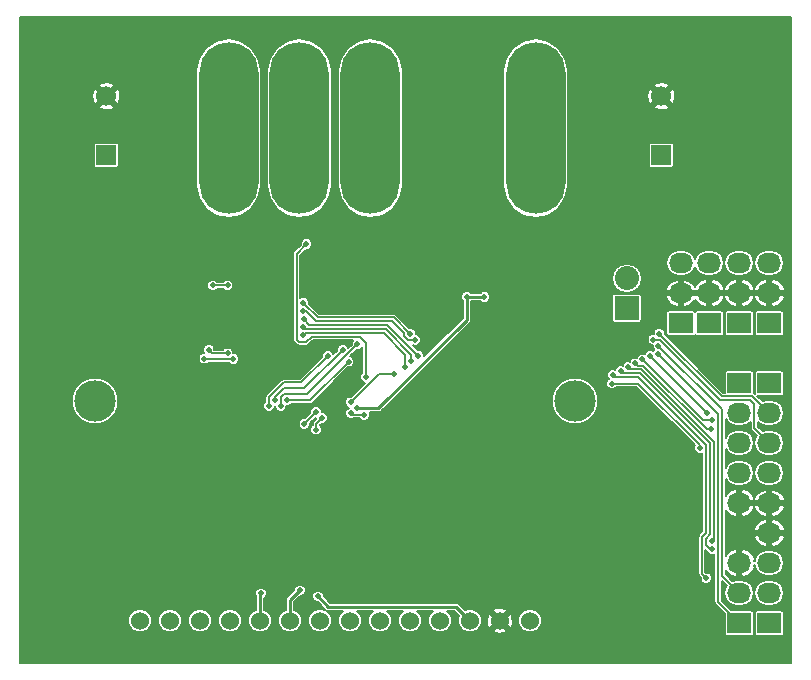
<source format=gbr>
G04 #@! TF.FileFunction,Copper,L2,Bot,Signal*
%FSLAX46Y46*%
G04 Gerber Fmt 4.6, Leading zero omitted, Abs format (unit mm)*
G04 Created by KiCad (PCBNEW 4.0.1-2.fc23-product) date Fri 08 Jan 2016 07:43:49 PM MST*
%MOMM*%
G01*
G04 APERTURE LIST*
%ADD10C,0.100000*%
%ADD11C,1.524000*%
%ADD12O,5.000000X14.500000*%
%ADD13C,3.500000*%
%ADD14R,2.032000X1.727200*%
%ADD15O,2.032000X1.727200*%
%ADD16C,0.600000*%
%ADD17R,2.032000X2.032000*%
%ADD18O,2.032000X2.032000*%
%ADD19C,1.700000*%
%ADD20R,1.700000X1.700000*%
%ADD21C,0.500000*%
%ADD22C,1.500000*%
%ADD23C,0.508000*%
%ADD24C,0.254000*%
%ADD25C,0.152400*%
G04 APERTURE END LIST*
D10*
D11*
X123490000Y-115600000D03*
X126030000Y-115600000D03*
X128570000Y-115600000D03*
X131110000Y-115600000D03*
X133650000Y-115600000D03*
X136190000Y-115600000D03*
X138730000Y-115600000D03*
X141270000Y-115600000D03*
X143810000Y-115600000D03*
X146350000Y-115600000D03*
X148890000Y-115600000D03*
X151430000Y-115600000D03*
X153970000Y-115600000D03*
X156510000Y-115600000D03*
D12*
X137000000Y-73900000D03*
X143000000Y-73900000D03*
X149000000Y-73900000D03*
X131000000Y-73900000D03*
X157000000Y-73900000D03*
D13*
X119680000Y-97000000D03*
X160320000Y-97000000D03*
D14*
X174240000Y-90420000D03*
D15*
X174240000Y-87880000D03*
X174240000Y-85340000D03*
D14*
X171700000Y-90420000D03*
D15*
X171700000Y-87880000D03*
X171700000Y-85340000D03*
D14*
X176780000Y-115820000D03*
D15*
X176780000Y-113280000D03*
X176780000Y-110740000D03*
X176780000Y-108200000D03*
D14*
X176780000Y-90420000D03*
D15*
X176780000Y-87880000D03*
X176780000Y-85340000D03*
D14*
X174240000Y-95500000D03*
D15*
X174240000Y-98040000D03*
X174240000Y-100580000D03*
X174240000Y-103120000D03*
X174240000Y-105660000D03*
D16*
X139560000Y-104280000D03*
X138360000Y-104280000D03*
X137160000Y-104280000D03*
X135960000Y-104280000D03*
X134760000Y-104280000D03*
X139560000Y-105480000D03*
X138360000Y-105480000D03*
X137160000Y-105480000D03*
X135960000Y-105480000D03*
X134760000Y-105480000D03*
X139560000Y-106680000D03*
X138360000Y-106680000D03*
X137160000Y-106680000D03*
X135960000Y-106680000D03*
X134760000Y-106680000D03*
X139560000Y-107880000D03*
X138360000Y-107880000D03*
X137160000Y-107880000D03*
X135960000Y-107880000D03*
X134760000Y-107880000D03*
X139560000Y-109080000D03*
X138360000Y-109080000D03*
X137160000Y-109080000D03*
X135960000Y-109080000D03*
X134760000Y-109080000D03*
D17*
X164715000Y-89150000D03*
D18*
X164715000Y-86610000D03*
D19*
X120650000Y-71200000D03*
D20*
X120650000Y-76200000D03*
D19*
X167640000Y-71200000D03*
D20*
X167640000Y-76200000D03*
D14*
X174240000Y-115820000D03*
D15*
X174240000Y-113280000D03*
X174240000Y-110740000D03*
D14*
X169291000Y-90424000D03*
D15*
X169291000Y-87884000D03*
X169291000Y-85344000D03*
D14*
X176784000Y-95504000D03*
D15*
X176784000Y-98044000D03*
X176784000Y-100584000D03*
X176784000Y-103124000D03*
X176784000Y-105664000D03*
D21*
X152396000Y-109978000D03*
X152396000Y-108708000D03*
X152396000Y-107438000D03*
X154936000Y-109978000D03*
X154936000Y-108708000D03*
X154936000Y-107438000D03*
X157476000Y-109978000D03*
X157476000Y-108708000D03*
X157476000Y-107438000D03*
D22*
X123250000Y-110250000D03*
X125250000Y-103250000D03*
X127250000Y-97250000D03*
X127250000Y-89250000D03*
X151250000Y-99250000D03*
X159250000Y-104250000D03*
X157250000Y-104250000D03*
X155250000Y-104250000D03*
X153407000Y-104250000D03*
X151250000Y-104250000D03*
D23*
X138934000Y-92452000D03*
X136648000Y-92960000D03*
X146808000Y-103755000D03*
X144458500Y-103056500D03*
X160587500Y-114804000D03*
X167636000Y-108517500D03*
X170493500Y-106422000D03*
X170493500Y-103437500D03*
X169970000Y-107890000D03*
X138410000Y-85960000D03*
X133610000Y-93680000D03*
X139660000Y-85170000D03*
X145260000Y-109730000D03*
X131660000Y-109430000D03*
X121050000Y-86370000D03*
X142010000Y-89360000D03*
X141410000Y-94320000D03*
X155730000Y-86610000D03*
X131160000Y-90960000D03*
X131695000Y-104430000D03*
X142510000Y-105430000D03*
X141909800Y-97612200D03*
X151160000Y-88210000D03*
X152660000Y-88210000D03*
X131410000Y-93460000D03*
X128934000Y-93416000D03*
X167360600Y-93014800D03*
X167386000Y-92329000D03*
X141325600Y-97104200D03*
X145034000Y-94716600D03*
X164211000Y-94462600D03*
X171907200Y-109524800D03*
X171907200Y-108864400D03*
X164820600Y-94132400D03*
X171446000Y-112010000D03*
X163550600Y-94792800D03*
X142621000Y-94970600D03*
X137591800Y-83718400D03*
X167462200Y-91287600D03*
X137337800Y-88696800D03*
X146354800Y-91287600D03*
X146786600Y-91821000D03*
X166954200Y-91795600D03*
X137287000Y-89382600D03*
X130910000Y-92960000D03*
X129315000Y-92654000D03*
X130910000Y-87210000D03*
X129660000Y-87210000D03*
X138410000Y-99430000D03*
X138910000Y-98430000D03*
X137410000Y-98930000D03*
X138410000Y-97930000D03*
X141160000Y-93680000D03*
X135910000Y-96930000D03*
X134410000Y-97430000D03*
X139410000Y-93180000D03*
X134910000Y-96930000D03*
X140660000Y-92680000D03*
X135410000Y-97430000D03*
X141910000Y-92180000D03*
X133731000Y-113284000D03*
X138557000Y-113538000D03*
X137363200Y-90068400D03*
X147066000Y-93167200D03*
X171500800Y-97993200D03*
X166674800Y-93167200D03*
X137312400Y-90754200D03*
X146481800Y-93599000D03*
X171907200Y-98602800D03*
X166039800Y-93472000D03*
X171831000Y-99364800D03*
X165430200Y-93802200D03*
X145973800Y-94157800D03*
X137287000Y-91440000D03*
X137033000Y-113030000D03*
X170891200Y-100965000D03*
X163474400Y-95529400D03*
X141351000Y-98044000D03*
X142494000Y-98171000D03*
D24*
X125250000Y-103250000D02*
X123250000Y-105250000D01*
X123250000Y-105250000D02*
X123250000Y-110250000D01*
X127250000Y-89250000D02*
X127250000Y-97250000D01*
X157250000Y-104250000D02*
X159250000Y-104250000D01*
X153407000Y-104250000D02*
X155250000Y-104250000D01*
X151250000Y-104250000D02*
X153407000Y-104250000D01*
X151160000Y-90114600D02*
X143662400Y-97612200D01*
X151160000Y-88210000D02*
X151160000Y-90114600D01*
X143662400Y-97612200D02*
X141909800Y-97612200D01*
X151160000Y-88210000D02*
X152660000Y-88210000D01*
D25*
X128978000Y-93460000D02*
X131410000Y-93460000D01*
X128978000Y-93460000D02*
X128934000Y-93416000D01*
X172440600Y-114020600D02*
X174240000Y-115820000D01*
X172440600Y-98094800D02*
X172440600Y-114020600D01*
X167360600Y-93014800D02*
X172440600Y-98094800D01*
X172770800Y-111810800D02*
X174240000Y-113280000D01*
X172770800Y-97713800D02*
X172770800Y-111810800D01*
X167386000Y-92329000D02*
X172770800Y-97713800D01*
X171399200Y-109169200D02*
X171754800Y-109524800D01*
X171780200Y-100584000D02*
X171780200Y-108280200D01*
X171780200Y-108280200D02*
X171399200Y-108661200D01*
X171399200Y-108661200D02*
X171399200Y-109169200D01*
X141325600Y-97104200D02*
X143713200Y-94716600D01*
X143713200Y-94716600D02*
X145034000Y-94716600D01*
X164388800Y-94640400D02*
X165836600Y-94640400D01*
X164211000Y-94462600D02*
X164388800Y-94640400D01*
X165836600Y-94640400D02*
X171780200Y-100584000D01*
X171754800Y-109524800D02*
X171907200Y-109524800D01*
X165011100Y-94322900D02*
X165950900Y-94322900D01*
X172110400Y-108661200D02*
X171907200Y-108864400D01*
X172110400Y-100482400D02*
X172110400Y-108661200D01*
X165950900Y-94322900D02*
X172110400Y-100482400D01*
X164820600Y-94132400D02*
X165011100Y-94322900D01*
X171069000Y-109372400D02*
X171069000Y-111633000D01*
X171069000Y-111633000D02*
X171446000Y-112010000D01*
X171069000Y-109372400D02*
X171069000Y-108508800D01*
X171069000Y-108508800D02*
X171424600Y-108153200D01*
X171424600Y-108153200D02*
X171424600Y-100736400D01*
X171424600Y-100736400D02*
X165658800Y-94970600D01*
X165658800Y-94970600D02*
X163728400Y-94970600D01*
X163728400Y-94970600D02*
X163550600Y-94792800D01*
X136753600Y-91795600D02*
X136753600Y-84556600D01*
X137566400Y-91998800D02*
X136956800Y-91998800D01*
X138023600Y-91541600D02*
X137566400Y-91998800D01*
X142113000Y-91541600D02*
X138023600Y-91541600D01*
X142621000Y-92049600D02*
X142113000Y-91541600D01*
X142621000Y-94970600D02*
X142621000Y-92049600D01*
X136956800Y-91998800D02*
X136753600Y-91795600D01*
X136753600Y-84556600D02*
X137591800Y-83718400D01*
X172770800Y-96596200D02*
X167462200Y-91287600D01*
X176780000Y-98040000D02*
X175336200Y-96596200D01*
X175336200Y-96596200D02*
X172770800Y-96596200D01*
X138557000Y-89916000D02*
X137337800Y-88696800D01*
X144983200Y-89916000D02*
X138557000Y-89916000D01*
X146354800Y-91287600D02*
X144983200Y-89916000D01*
X138404600Y-90246200D02*
X137541000Y-89382600D01*
X146786600Y-91821000D02*
X146177000Y-91821000D01*
X146177000Y-91821000D02*
X145821400Y-91465400D01*
X145821400Y-91465400D02*
X145821400Y-91211402D01*
X145821400Y-91211402D02*
X144856198Y-90246200D01*
X144856198Y-90246200D02*
X138404600Y-90246200D01*
X175183802Y-96901002D02*
X172644546Y-96901002D01*
X175514000Y-99314000D02*
X175514000Y-97231200D01*
X175514000Y-97231200D02*
X175183802Y-96901002D01*
X176780000Y-100580000D02*
X175514000Y-99314000D01*
X167539144Y-91795600D02*
X166954200Y-91795600D01*
X172644546Y-96901002D02*
X167539144Y-91795600D01*
X137541000Y-89382600D02*
X137287000Y-89382600D01*
X130910000Y-92960000D02*
X129621000Y-92960000D01*
X129621000Y-92960000D02*
X129315000Y-92654000D01*
X129660000Y-87210000D02*
X130910000Y-87210000D01*
X138410000Y-98930000D02*
X138410000Y-99430000D01*
X138910000Y-98430000D02*
X138410000Y-98930000D01*
X138410000Y-97930000D02*
X137410000Y-98930000D01*
X137910000Y-96930000D02*
X141160000Y-93680000D01*
X135910000Y-96930000D02*
X137910000Y-96930000D01*
X137160000Y-95430000D02*
X139410000Y-93180000D01*
X134410000Y-96680000D02*
X135660000Y-95430000D01*
X135660000Y-95430000D02*
X137160000Y-95430000D01*
X134410000Y-97430000D02*
X134410000Y-96680000D01*
X134910000Y-96930000D02*
X134910000Y-96680000D01*
X137410000Y-95930000D02*
X140660000Y-92680000D01*
X135660000Y-95930000D02*
X137410000Y-95930000D01*
X134910000Y-96680000D02*
X135660000Y-95930000D01*
X135410000Y-97430000D02*
X135410000Y-96680000D01*
X137660000Y-96430000D02*
X141910000Y-92180000D01*
X135660000Y-96430000D02*
X137660000Y-96430000D01*
X135410000Y-96680000D02*
X135660000Y-96430000D01*
D24*
X133650000Y-113365000D02*
X133650000Y-115600000D01*
X133731000Y-113284000D02*
X133650000Y-113365000D01*
X150257000Y-114427000D02*
X151430000Y-115600000D01*
X139446000Y-114427000D02*
X150257000Y-114427000D01*
X138557000Y-113538000D02*
X139446000Y-114427000D01*
D25*
X137363200Y-90068400D02*
X137845802Y-90551002D01*
X137845802Y-90551002D02*
X144449802Y-90551002D01*
X144449802Y-90551002D02*
X147066000Y-93167200D01*
X166674800Y-93167200D02*
X171500800Y-97993200D01*
X146481800Y-93065600D02*
X146481800Y-93599000D01*
X137312400Y-90754200D02*
X137439400Y-90881200D01*
X137439400Y-90881200D02*
X144297400Y-90881200D01*
X144297400Y-90881200D02*
X146481800Y-93065600D01*
X171170600Y-98602800D02*
X171907200Y-98602800D01*
X166039800Y-93472000D02*
X171170600Y-98602800D01*
X171475400Y-99364800D02*
X171831000Y-99364800D01*
X166116000Y-94005400D02*
X171475400Y-99364800D01*
X165633400Y-94005400D02*
X166116000Y-94005400D01*
X165430200Y-93802200D02*
X165633400Y-94005400D01*
X137287000Y-91440000D02*
X137515600Y-91211400D01*
X137515600Y-91211400D02*
X144119600Y-91211400D01*
X144119600Y-91211400D02*
X145973800Y-93065600D01*
X145973800Y-93065600D02*
X145973800Y-94157800D01*
D24*
X136190000Y-113873000D02*
X136190000Y-115600000D01*
X137033000Y-113030000D02*
X136190000Y-113873000D01*
D25*
X170891200Y-100761800D02*
X170891200Y-100965000D01*
X165658800Y-95529400D02*
X170891200Y-100761800D01*
X163474400Y-95529400D02*
X165658800Y-95529400D01*
X141351000Y-98044000D02*
X141478000Y-98171000D01*
X141478000Y-98171000D02*
X142494000Y-98171000D01*
G36*
X178608800Y-119172800D02*
X113356200Y-119172800D01*
X113356200Y-115796178D01*
X122499228Y-115796178D01*
X122649721Y-116160397D01*
X122928138Y-116439300D01*
X123292093Y-116590428D01*
X123686178Y-116590772D01*
X124050397Y-116440279D01*
X124329300Y-116161862D01*
X124480428Y-115797907D01*
X124480429Y-115796178D01*
X125039228Y-115796178D01*
X125189721Y-116160397D01*
X125468138Y-116439300D01*
X125832093Y-116590428D01*
X126226178Y-116590772D01*
X126590397Y-116440279D01*
X126869300Y-116161862D01*
X127020428Y-115797907D01*
X127020429Y-115796178D01*
X127579228Y-115796178D01*
X127729721Y-116160397D01*
X128008138Y-116439300D01*
X128372093Y-116590428D01*
X128766178Y-116590772D01*
X129130397Y-116440279D01*
X129409300Y-116161862D01*
X129560428Y-115797907D01*
X129560429Y-115796178D01*
X130119228Y-115796178D01*
X130269721Y-116160397D01*
X130548138Y-116439300D01*
X130912093Y-116590428D01*
X131306178Y-116590772D01*
X131670397Y-116440279D01*
X131949300Y-116161862D01*
X132100428Y-115797907D01*
X132100429Y-115796178D01*
X132659228Y-115796178D01*
X132809721Y-116160397D01*
X133088138Y-116439300D01*
X133452093Y-116590428D01*
X133846178Y-116590772D01*
X134210397Y-116440279D01*
X134489300Y-116161862D01*
X134640428Y-115797907D01*
X134640429Y-115796178D01*
X135199228Y-115796178D01*
X135349721Y-116160397D01*
X135628138Y-116439300D01*
X135992093Y-116590428D01*
X136386178Y-116590772D01*
X136750397Y-116440279D01*
X137029300Y-116161862D01*
X137180428Y-115797907D01*
X137180429Y-115796178D01*
X137739228Y-115796178D01*
X137889721Y-116160397D01*
X138168138Y-116439300D01*
X138532093Y-116590428D01*
X138926178Y-116590772D01*
X139290397Y-116440279D01*
X139569300Y-116161862D01*
X139720428Y-115797907D01*
X139720772Y-115403822D01*
X139570279Y-115039603D01*
X139291862Y-114760700D01*
X138927907Y-114609572D01*
X138533822Y-114609228D01*
X138169603Y-114759721D01*
X137890700Y-115038138D01*
X137739572Y-115402093D01*
X137739228Y-115796178D01*
X137180429Y-115796178D01*
X137180772Y-115403822D01*
X137030279Y-115039603D01*
X136751862Y-114760700D01*
X136545600Y-114675052D01*
X136545600Y-114020294D01*
X136932320Y-113633574D01*
X138074316Y-113633574D01*
X138147633Y-113811014D01*
X138283272Y-113946890D01*
X138460584Y-114020516D01*
X138536689Y-114020583D01*
X139194553Y-114678447D01*
X139309917Y-114755532D01*
X139446000Y-114782600D01*
X140686684Y-114782600D01*
X140430700Y-115038138D01*
X140279572Y-115402093D01*
X140279228Y-115796178D01*
X140429721Y-116160397D01*
X140708138Y-116439300D01*
X141072093Y-116590428D01*
X141466178Y-116590772D01*
X141830397Y-116440279D01*
X142109300Y-116161862D01*
X142260428Y-115797907D01*
X142260772Y-115403822D01*
X142110279Y-115039603D01*
X141853724Y-114782600D01*
X143226684Y-114782600D01*
X142970700Y-115038138D01*
X142819572Y-115402093D01*
X142819228Y-115796178D01*
X142969721Y-116160397D01*
X143248138Y-116439300D01*
X143612093Y-116590428D01*
X144006178Y-116590772D01*
X144370397Y-116440279D01*
X144649300Y-116161862D01*
X144800428Y-115797907D01*
X144800772Y-115403822D01*
X144650279Y-115039603D01*
X144393724Y-114782600D01*
X145766684Y-114782600D01*
X145510700Y-115038138D01*
X145359572Y-115402093D01*
X145359228Y-115796178D01*
X145509721Y-116160397D01*
X145788138Y-116439300D01*
X146152093Y-116590428D01*
X146546178Y-116590772D01*
X146910397Y-116440279D01*
X147189300Y-116161862D01*
X147340428Y-115797907D01*
X147340772Y-115403822D01*
X147190279Y-115039603D01*
X146933724Y-114782600D01*
X148306684Y-114782600D01*
X148050700Y-115038138D01*
X147899572Y-115402093D01*
X147899228Y-115796178D01*
X148049721Y-116160397D01*
X148328138Y-116439300D01*
X148692093Y-116590428D01*
X149086178Y-116590772D01*
X149450397Y-116440279D01*
X149729300Y-116161862D01*
X149880428Y-115797907D01*
X149880772Y-115403822D01*
X149730279Y-115039603D01*
X149473724Y-114782600D01*
X150109706Y-114782600D01*
X150524550Y-115197444D01*
X150439572Y-115402093D01*
X150439228Y-115796178D01*
X150589721Y-116160397D01*
X150868138Y-116439300D01*
X151232093Y-116590428D01*
X151626178Y-116590772D01*
X151987074Y-116441652D01*
X153379795Y-116441652D01*
X153470113Y-116590527D01*
X153887223Y-116706426D01*
X154316935Y-116653882D01*
X154469887Y-116590527D01*
X154560205Y-116441652D01*
X153970000Y-115851447D01*
X153379795Y-116441652D01*
X151987074Y-116441652D01*
X151990397Y-116440279D01*
X152269300Y-116161862D01*
X152420428Y-115797907D01*
X152420673Y-115517223D01*
X152863574Y-115517223D01*
X152916118Y-115946935D01*
X152979473Y-116099887D01*
X153128348Y-116190205D01*
X153718553Y-115600000D01*
X154221447Y-115600000D01*
X154811652Y-116190205D01*
X154960527Y-116099887D01*
X155044916Y-115796178D01*
X155519228Y-115796178D01*
X155669721Y-116160397D01*
X155948138Y-116439300D01*
X156312093Y-116590428D01*
X156706178Y-116590772D01*
X157070397Y-116440279D01*
X157349300Y-116161862D01*
X157500428Y-115797907D01*
X157500772Y-115403822D01*
X157350279Y-115039603D01*
X157071862Y-114760700D01*
X156707907Y-114609572D01*
X156313822Y-114609228D01*
X155949603Y-114759721D01*
X155670700Y-115038138D01*
X155519572Y-115402093D01*
X155519228Y-115796178D01*
X155044916Y-115796178D01*
X155076426Y-115682777D01*
X155023882Y-115253065D01*
X154960527Y-115100113D01*
X154811652Y-115009795D01*
X154221447Y-115600000D01*
X153718553Y-115600000D01*
X153128348Y-115009795D01*
X152979473Y-115100113D01*
X152863574Y-115517223D01*
X152420673Y-115517223D01*
X152420772Y-115403822D01*
X152270279Y-115039603D01*
X151991862Y-114760700D01*
X151986198Y-114758348D01*
X153379795Y-114758348D01*
X153970000Y-115348553D01*
X154560205Y-114758348D01*
X154469887Y-114609473D01*
X154052777Y-114493574D01*
X153623065Y-114546118D01*
X153470113Y-114609473D01*
X153379795Y-114758348D01*
X151986198Y-114758348D01*
X151627907Y-114609572D01*
X151233822Y-114609228D01*
X151027410Y-114694516D01*
X150508447Y-114175553D01*
X150393083Y-114098468D01*
X150257000Y-114071400D01*
X139593294Y-114071400D01*
X139039618Y-113517724D01*
X139039684Y-113442426D01*
X138966367Y-113264986D01*
X138830728Y-113129110D01*
X138653416Y-113055484D01*
X138461426Y-113055316D01*
X138283986Y-113128633D01*
X138148110Y-113264272D01*
X138074484Y-113441584D01*
X138074316Y-113633574D01*
X136932320Y-113633574D01*
X137053276Y-113512618D01*
X137128574Y-113512684D01*
X137306014Y-113439367D01*
X137441890Y-113303728D01*
X137515516Y-113126416D01*
X137515684Y-112934426D01*
X137442367Y-112756986D01*
X137306728Y-112621110D01*
X137129416Y-112547484D01*
X136937426Y-112547316D01*
X136759986Y-112620633D01*
X136624110Y-112756272D01*
X136550484Y-112933584D01*
X136550417Y-113009689D01*
X135938553Y-113621553D01*
X135861468Y-113736917D01*
X135834400Y-113873000D01*
X135834400Y-114675100D01*
X135629603Y-114759721D01*
X135350700Y-115038138D01*
X135199572Y-115402093D01*
X135199228Y-115796178D01*
X134640429Y-115796178D01*
X134640772Y-115403822D01*
X134490279Y-115039603D01*
X134211862Y-114760700D01*
X134005600Y-114675052D01*
X134005600Y-113691784D01*
X134139890Y-113557728D01*
X134213516Y-113380416D01*
X134213684Y-113188426D01*
X134140367Y-113010986D01*
X134004728Y-112875110D01*
X133827416Y-112801484D01*
X133635426Y-112801316D01*
X133457986Y-112874633D01*
X133322110Y-113010272D01*
X133248484Y-113187584D01*
X133248316Y-113379574D01*
X133294400Y-113491105D01*
X133294400Y-114675100D01*
X133089603Y-114759721D01*
X132810700Y-115038138D01*
X132659572Y-115402093D01*
X132659228Y-115796178D01*
X132100429Y-115796178D01*
X132100772Y-115403822D01*
X131950279Y-115039603D01*
X131671862Y-114760700D01*
X131307907Y-114609572D01*
X130913822Y-114609228D01*
X130549603Y-114759721D01*
X130270700Y-115038138D01*
X130119572Y-115402093D01*
X130119228Y-115796178D01*
X129560429Y-115796178D01*
X129560772Y-115403822D01*
X129410279Y-115039603D01*
X129131862Y-114760700D01*
X128767907Y-114609572D01*
X128373822Y-114609228D01*
X128009603Y-114759721D01*
X127730700Y-115038138D01*
X127579572Y-115402093D01*
X127579228Y-115796178D01*
X127020429Y-115796178D01*
X127020772Y-115403822D01*
X126870279Y-115039603D01*
X126591862Y-114760700D01*
X126227907Y-114609572D01*
X125833822Y-114609228D01*
X125469603Y-114759721D01*
X125190700Y-115038138D01*
X125039572Y-115402093D01*
X125039228Y-115796178D01*
X124480429Y-115796178D01*
X124480772Y-115403822D01*
X124330279Y-115039603D01*
X124051862Y-114760700D01*
X123687907Y-114609572D01*
X123293822Y-114609228D01*
X122929603Y-114759721D01*
X122650700Y-115038138D01*
X122499572Y-115402093D01*
X122499228Y-115796178D01*
X113356200Y-115796178D01*
X113356200Y-99025574D01*
X136927316Y-99025574D01*
X137000633Y-99203014D01*
X137136272Y-99338890D01*
X137313584Y-99412516D01*
X137505574Y-99412684D01*
X137683014Y-99339367D01*
X137818890Y-99203728D01*
X137892516Y-99026416D01*
X137892646Y-98878406D01*
X138358497Y-98412555D01*
X138427415Y-98412616D01*
X138427354Y-98481594D01*
X138194474Y-98714474D01*
X138128402Y-98813358D01*
X138105200Y-98930000D01*
X138105200Y-99052364D01*
X138001110Y-99156272D01*
X137927484Y-99333584D01*
X137927316Y-99525574D01*
X138000633Y-99703014D01*
X138136272Y-99838890D01*
X138313584Y-99912516D01*
X138505574Y-99912684D01*
X138683014Y-99839367D01*
X138818890Y-99703728D01*
X138892516Y-99526416D01*
X138892684Y-99334426D01*
X138819367Y-99156986D01*
X138716806Y-99054246D01*
X138858497Y-98912555D01*
X139005574Y-98912684D01*
X139183014Y-98839367D01*
X139318890Y-98703728D01*
X139392516Y-98526416D01*
X139392684Y-98334426D01*
X139319367Y-98156986D01*
X139183728Y-98021110D01*
X139006416Y-97947484D01*
X138892585Y-97947384D01*
X138892684Y-97834426D01*
X138819367Y-97656986D01*
X138683728Y-97521110D01*
X138506416Y-97447484D01*
X138314426Y-97447316D01*
X138136986Y-97520633D01*
X138001110Y-97656272D01*
X137927484Y-97833584D01*
X137927354Y-97981594D01*
X137461503Y-98447445D01*
X137314426Y-98447316D01*
X137136986Y-98520633D01*
X137001110Y-98656272D01*
X136927484Y-98833584D01*
X136927316Y-99025574D01*
X113356200Y-99025574D01*
X113356200Y-97391841D01*
X117701057Y-97391841D01*
X118001647Y-98119323D01*
X118557750Y-98676397D01*
X119284705Y-98978256D01*
X120071841Y-98978943D01*
X120799323Y-98678353D01*
X121356397Y-98122250D01*
X121604159Y-97525574D01*
X133927316Y-97525574D01*
X134000633Y-97703014D01*
X134136272Y-97838890D01*
X134313584Y-97912516D01*
X134505574Y-97912684D01*
X134683014Y-97839367D01*
X134818890Y-97703728D01*
X134892516Y-97526416D01*
X134892616Y-97412585D01*
X134927415Y-97412616D01*
X134927316Y-97525574D01*
X135000633Y-97703014D01*
X135136272Y-97838890D01*
X135313584Y-97912516D01*
X135505574Y-97912684D01*
X135683014Y-97839367D01*
X135818890Y-97703728D01*
X135892516Y-97526416D01*
X135892616Y-97412585D01*
X136005574Y-97412684D01*
X136183014Y-97339367D01*
X136287764Y-97234800D01*
X137910000Y-97234800D01*
X138026642Y-97211598D01*
X138125526Y-97145526D01*
X141108497Y-94162555D01*
X141255574Y-94162684D01*
X141433014Y-94089367D01*
X141568890Y-93953728D01*
X141642516Y-93776416D01*
X141642684Y-93584426D01*
X141569367Y-93406986D01*
X141433728Y-93271110D01*
X141303865Y-93217187D01*
X141858497Y-92662555D01*
X142005574Y-92662684D01*
X142183014Y-92589367D01*
X142316200Y-92456413D01*
X142316200Y-94592964D01*
X142212110Y-94696872D01*
X142138484Y-94874184D01*
X142138316Y-95066174D01*
X142211633Y-95243614D01*
X142347272Y-95379490D01*
X142524584Y-95453116D01*
X142545614Y-95453134D01*
X141377103Y-96621645D01*
X141230026Y-96621516D01*
X141052586Y-96694833D01*
X140916710Y-96830472D01*
X140843084Y-97007784D01*
X140842916Y-97199774D01*
X140916233Y-97377214D01*
X141051872Y-97513090D01*
X141211612Y-97579420D01*
X141077986Y-97634633D01*
X140942110Y-97770272D01*
X140868484Y-97947584D01*
X140868316Y-98139574D01*
X140941633Y-98317014D01*
X141077272Y-98452890D01*
X141254584Y-98526516D01*
X141446574Y-98526684D01*
X141569722Y-98475800D01*
X142116364Y-98475800D01*
X142220272Y-98579890D01*
X142397584Y-98653516D01*
X142589574Y-98653684D01*
X142767014Y-98580367D01*
X142902890Y-98444728D01*
X142976516Y-98267416D01*
X142976684Y-98075426D01*
X142932214Y-97967800D01*
X143662400Y-97967800D01*
X143798483Y-97940732D01*
X143913847Y-97863647D01*
X144385653Y-97391841D01*
X158341057Y-97391841D01*
X158641647Y-98119323D01*
X159197750Y-98676397D01*
X159924705Y-98978256D01*
X160711841Y-98978943D01*
X161439323Y-98678353D01*
X161996397Y-98122250D01*
X162298256Y-97395295D01*
X162298943Y-96608159D01*
X161998353Y-95880677D01*
X161743096Y-95624974D01*
X162991716Y-95624974D01*
X163065033Y-95802414D01*
X163200672Y-95938290D01*
X163377984Y-96011916D01*
X163569974Y-96012084D01*
X163747414Y-95938767D01*
X163852164Y-95834200D01*
X165532548Y-95834200D01*
X170455114Y-100756766D01*
X170408684Y-100868584D01*
X170408516Y-101060574D01*
X170481833Y-101238014D01*
X170617472Y-101373890D01*
X170794784Y-101447516D01*
X170986774Y-101447684D01*
X171119800Y-101392719D01*
X171119800Y-108026948D01*
X170853474Y-108293274D01*
X170787402Y-108392158D01*
X170764200Y-108508800D01*
X170764200Y-111633000D01*
X170787402Y-111749642D01*
X170853474Y-111848526D01*
X170963445Y-111958497D01*
X170963316Y-112105574D01*
X171036633Y-112283014D01*
X171172272Y-112418890D01*
X171349584Y-112492516D01*
X171541574Y-112492684D01*
X171719014Y-112419367D01*
X171854890Y-112283728D01*
X171928516Y-112106416D01*
X171928684Y-111914426D01*
X171855367Y-111736986D01*
X171719728Y-111601110D01*
X171542416Y-111527484D01*
X171394406Y-111527354D01*
X171373800Y-111506748D01*
X171373800Y-109574852D01*
X171428173Y-109629225D01*
X171497833Y-109797814D01*
X171633472Y-109933690D01*
X171810784Y-110007316D01*
X172002774Y-110007484D01*
X172135800Y-109952519D01*
X172135800Y-114020600D01*
X172159002Y-114137242D01*
X172225074Y-114236126D01*
X172990922Y-115001974D01*
X172990922Y-116683600D01*
X173006862Y-116768314D01*
X173056928Y-116846118D01*
X173133320Y-116898315D01*
X173224000Y-116916678D01*
X175256000Y-116916678D01*
X175340714Y-116900738D01*
X175418518Y-116850672D01*
X175470715Y-116774280D01*
X175489078Y-116683600D01*
X175489078Y-114956400D01*
X175530922Y-114956400D01*
X175530922Y-116683600D01*
X175546862Y-116768314D01*
X175596928Y-116846118D01*
X175673320Y-116898315D01*
X175764000Y-116916678D01*
X177796000Y-116916678D01*
X177880714Y-116900738D01*
X177958518Y-116850672D01*
X178010715Y-116774280D01*
X178029078Y-116683600D01*
X178029078Y-114956400D01*
X178013138Y-114871686D01*
X177963072Y-114793882D01*
X177886680Y-114741685D01*
X177796000Y-114723322D01*
X175764000Y-114723322D01*
X175679286Y-114739262D01*
X175601482Y-114789328D01*
X175549285Y-114865720D01*
X175530922Y-114956400D01*
X175489078Y-114956400D01*
X175473138Y-114871686D01*
X175423072Y-114793882D01*
X175346680Y-114741685D01*
X175256000Y-114723322D01*
X173574374Y-114723322D01*
X172745400Y-113894348D01*
X172745400Y-112216452D01*
X173189069Y-112660121D01*
X173054156Y-112862033D01*
X172971017Y-113280000D01*
X173054156Y-113697967D01*
X173290915Y-114052302D01*
X173645250Y-114289061D01*
X174063217Y-114372200D01*
X174416783Y-114372200D01*
X174834750Y-114289061D01*
X175189085Y-114052302D01*
X175425844Y-113697967D01*
X175508983Y-113280000D01*
X175511017Y-113280000D01*
X175594156Y-113697967D01*
X175830915Y-114052302D01*
X176185250Y-114289061D01*
X176603217Y-114372200D01*
X176956783Y-114372200D01*
X177374750Y-114289061D01*
X177729085Y-114052302D01*
X177965844Y-113697967D01*
X178048983Y-113280000D01*
X177965844Y-112862033D01*
X177729085Y-112507698D01*
X177374750Y-112270939D01*
X176956783Y-112187800D01*
X176603217Y-112187800D01*
X176185250Y-112270939D01*
X175830915Y-112507698D01*
X175594156Y-112862033D01*
X175511017Y-113280000D01*
X175508983Y-113280000D01*
X175425844Y-112862033D01*
X175189085Y-112507698D01*
X174834750Y-112270939D01*
X174416783Y-112187800D01*
X174063217Y-112187800D01*
X173659213Y-112268161D01*
X173075600Y-111684548D01*
X173075600Y-111345228D01*
X173111636Y-111417683D01*
X173445265Y-111739583D01*
X173876684Y-111909305D01*
X174062200Y-111846353D01*
X174062200Y-110917800D01*
X174042200Y-110917800D01*
X174042200Y-110562200D01*
X174062200Y-110562200D01*
X174062200Y-109633647D01*
X174417800Y-109633647D01*
X174417800Y-110562200D01*
X174437800Y-110562200D01*
X174437800Y-110917800D01*
X174417800Y-110917800D01*
X174417800Y-111846353D01*
X174603316Y-111909305D01*
X175034735Y-111739583D01*
X175368364Y-111417683D01*
X175526542Y-111099647D01*
X175486295Y-110917802D01*
X175546384Y-110917802D01*
X175594156Y-111157967D01*
X175830915Y-111512302D01*
X176185250Y-111749061D01*
X176603217Y-111832200D01*
X176956783Y-111832200D01*
X177374750Y-111749061D01*
X177729085Y-111512302D01*
X177965844Y-111157967D01*
X178048983Y-110740000D01*
X177965844Y-110322033D01*
X177729085Y-109967698D01*
X177374750Y-109730939D01*
X176956783Y-109647800D01*
X176603217Y-109647800D01*
X176185250Y-109730939D01*
X175830915Y-109967698D01*
X175594156Y-110322033D01*
X175546384Y-110562198D01*
X175486295Y-110562198D01*
X175526542Y-110380353D01*
X175368364Y-110062317D01*
X175034735Y-109740417D01*
X174603316Y-109570695D01*
X174417800Y-109633647D01*
X174062200Y-109633647D01*
X173876684Y-109570695D01*
X173445265Y-109740417D01*
X173111636Y-110062317D01*
X173075600Y-110134772D01*
X173075600Y-108559647D01*
X175493458Y-108559647D01*
X175651636Y-108877683D01*
X175985265Y-109199583D01*
X176416684Y-109369305D01*
X176602200Y-109306353D01*
X176602200Y-108377800D01*
X176957800Y-108377800D01*
X176957800Y-109306353D01*
X177143316Y-109369305D01*
X177574735Y-109199583D01*
X177908364Y-108877683D01*
X178066542Y-108559647D01*
X178026295Y-108377800D01*
X176957800Y-108377800D01*
X176602200Y-108377800D01*
X175533705Y-108377800D01*
X175493458Y-108559647D01*
X173075600Y-108559647D01*
X173075600Y-107840353D01*
X175493458Y-107840353D01*
X175533705Y-108022200D01*
X176602200Y-108022200D01*
X176602200Y-107093647D01*
X176957800Y-107093647D01*
X176957800Y-108022200D01*
X178026295Y-108022200D01*
X178066542Y-107840353D01*
X177908364Y-107522317D01*
X177574735Y-107200417D01*
X177143316Y-107030695D01*
X176957800Y-107093647D01*
X176602200Y-107093647D01*
X176416684Y-107030695D01*
X175985265Y-107200417D01*
X175651636Y-107522317D01*
X175493458Y-107840353D01*
X173075600Y-107840353D01*
X173075600Y-106265228D01*
X173111636Y-106337683D01*
X173445265Y-106659583D01*
X173876684Y-106829305D01*
X174062200Y-106766353D01*
X174062200Y-105837800D01*
X174417800Y-105837800D01*
X174417800Y-106766353D01*
X174603316Y-106829305D01*
X175034735Y-106659583D01*
X175368364Y-106337683D01*
X175511005Y-106050885D01*
X175655636Y-106341683D01*
X175989265Y-106663583D01*
X176420684Y-106833305D01*
X176606200Y-106770353D01*
X176606200Y-105841800D01*
X176961800Y-105841800D01*
X176961800Y-106770353D01*
X177147316Y-106833305D01*
X177578735Y-106663583D01*
X177912364Y-106341683D01*
X178070542Y-106023647D01*
X178030295Y-105841800D01*
X176961800Y-105841800D01*
X176606200Y-105841800D01*
X175537705Y-105841800D01*
X175512443Y-105955942D01*
X175486295Y-105837800D01*
X174417800Y-105837800D01*
X174062200Y-105837800D01*
X174042200Y-105837800D01*
X174042200Y-105482200D01*
X174062200Y-105482200D01*
X174062200Y-104553647D01*
X174417800Y-104553647D01*
X174417800Y-105482200D01*
X175486295Y-105482200D01*
X175511557Y-105368058D01*
X175537705Y-105486200D01*
X176606200Y-105486200D01*
X176606200Y-104557647D01*
X176961800Y-104557647D01*
X176961800Y-105486200D01*
X178030295Y-105486200D01*
X178070542Y-105304353D01*
X177912364Y-104986317D01*
X177578735Y-104664417D01*
X177147316Y-104494695D01*
X176961800Y-104557647D01*
X176606200Y-104557647D01*
X176420684Y-104494695D01*
X175989265Y-104664417D01*
X175655636Y-104986317D01*
X175512995Y-105273115D01*
X175368364Y-104982317D01*
X175034735Y-104660417D01*
X174603316Y-104490695D01*
X174417800Y-104553647D01*
X174062200Y-104553647D01*
X173876684Y-104490695D01*
X173445265Y-104660417D01*
X173111636Y-104982317D01*
X173075600Y-105054772D01*
X173075600Y-103570060D01*
X173290915Y-103892302D01*
X173645250Y-104129061D01*
X174063217Y-104212200D01*
X174416783Y-104212200D01*
X174834750Y-104129061D01*
X175189085Y-103892302D01*
X175425844Y-103537967D01*
X175508187Y-103124000D01*
X175515017Y-103124000D01*
X175598156Y-103541967D01*
X175834915Y-103896302D01*
X176189250Y-104133061D01*
X176607217Y-104216200D01*
X176960783Y-104216200D01*
X177378750Y-104133061D01*
X177733085Y-103896302D01*
X177969844Y-103541967D01*
X178052983Y-103124000D01*
X177969844Y-102706033D01*
X177733085Y-102351698D01*
X177378750Y-102114939D01*
X176960783Y-102031800D01*
X176607217Y-102031800D01*
X176189250Y-102114939D01*
X175834915Y-102351698D01*
X175598156Y-102706033D01*
X175515017Y-103124000D01*
X175508187Y-103124000D01*
X175508983Y-103120000D01*
X175425844Y-102702033D01*
X175189085Y-102347698D01*
X174834750Y-102110939D01*
X174416783Y-102027800D01*
X174063217Y-102027800D01*
X173645250Y-102110939D01*
X173290915Y-102347698D01*
X173075600Y-102669940D01*
X173075600Y-101030060D01*
X173290915Y-101352302D01*
X173645250Y-101589061D01*
X174063217Y-101672200D01*
X174416783Y-101672200D01*
X174834750Y-101589061D01*
X175189085Y-101352302D01*
X175425844Y-100997967D01*
X175508983Y-100580000D01*
X175425844Y-100162033D01*
X175189085Y-99807698D01*
X174834750Y-99570939D01*
X174416783Y-99487800D01*
X174063217Y-99487800D01*
X173645250Y-99570939D01*
X173290915Y-99807698D01*
X173075600Y-100129940D01*
X173075600Y-98490060D01*
X173290915Y-98812302D01*
X173645250Y-99049061D01*
X174063217Y-99132200D01*
X174416783Y-99132200D01*
X174834750Y-99049061D01*
X175189085Y-98812302D01*
X175209200Y-98782198D01*
X175209200Y-99314000D01*
X175232402Y-99430642D01*
X175298474Y-99529526D01*
X175733069Y-99964121D01*
X175598156Y-100166033D01*
X175515017Y-100584000D01*
X175598156Y-101001967D01*
X175834915Y-101356302D01*
X176189250Y-101593061D01*
X176607217Y-101676200D01*
X176960783Y-101676200D01*
X177378750Y-101593061D01*
X177733085Y-101356302D01*
X177969844Y-101001967D01*
X178052983Y-100584000D01*
X177969844Y-100166033D01*
X177733085Y-99811698D01*
X177378750Y-99574939D01*
X176960783Y-99491800D01*
X176607217Y-99491800D01*
X176203213Y-99572161D01*
X175818800Y-99187748D01*
X175818800Y-98792184D01*
X175834915Y-98816302D01*
X176189250Y-99053061D01*
X176607217Y-99136200D01*
X176960783Y-99136200D01*
X177378750Y-99053061D01*
X177733085Y-98816302D01*
X177969844Y-98461967D01*
X178052983Y-98044000D01*
X177969844Y-97626033D01*
X177733085Y-97271698D01*
X177378750Y-97034939D01*
X176960783Y-96951800D01*
X176607217Y-96951800D01*
X176203213Y-97032161D01*
X175771730Y-96600678D01*
X177800000Y-96600678D01*
X177884714Y-96584738D01*
X177962518Y-96534672D01*
X178014715Y-96458280D01*
X178033078Y-96367600D01*
X178033078Y-94640400D01*
X178017138Y-94555686D01*
X177967072Y-94477882D01*
X177890680Y-94425685D01*
X177800000Y-94407322D01*
X175768000Y-94407322D01*
X175683286Y-94423262D01*
X175605482Y-94473328D01*
X175553285Y-94549720D01*
X175534922Y-94640400D01*
X175534922Y-96367600D01*
X175535319Y-96369711D01*
X175489078Y-96338814D01*
X175489078Y-94636400D01*
X175473138Y-94551686D01*
X175423072Y-94473882D01*
X175346680Y-94421685D01*
X175256000Y-94403322D01*
X173224000Y-94403322D01*
X173139286Y-94419262D01*
X173061482Y-94469328D01*
X173009285Y-94545720D01*
X172990922Y-94636400D01*
X172990922Y-96291400D01*
X172897052Y-96291400D01*
X167944755Y-91339103D01*
X167944884Y-91192026D01*
X167871567Y-91014586D01*
X167735928Y-90878710D01*
X167558616Y-90805084D01*
X167366626Y-90804916D01*
X167189186Y-90878233D01*
X167053310Y-91013872D01*
X166979684Y-91191184D01*
X166979577Y-91313022D01*
X166858626Y-91312916D01*
X166681186Y-91386233D01*
X166545310Y-91521872D01*
X166471684Y-91699184D01*
X166471516Y-91891174D01*
X166544833Y-92068614D01*
X166680472Y-92204490D01*
X166857784Y-92278116D01*
X166903444Y-92278156D01*
X166903316Y-92424574D01*
X166976633Y-92602014D01*
X167033722Y-92659203D01*
X166951710Y-92741072D01*
X166945137Y-92756902D01*
X166771216Y-92684684D01*
X166579226Y-92684516D01*
X166401786Y-92757833D01*
X166265910Y-92893472D01*
X166212832Y-93021298D01*
X166136216Y-92989484D01*
X165944226Y-92989316D01*
X165766786Y-93062633D01*
X165630910Y-93198272D01*
X165572572Y-93338766D01*
X165526616Y-93319684D01*
X165334626Y-93319516D01*
X165157186Y-93392833D01*
X165021310Y-93528472D01*
X164962972Y-93668966D01*
X164917016Y-93649884D01*
X164725026Y-93649716D01*
X164547586Y-93723033D01*
X164411710Y-93858672D01*
X164353372Y-93999166D01*
X164307416Y-93980084D01*
X164115426Y-93979916D01*
X163937986Y-94053233D01*
X163802110Y-94188872D01*
X163736301Y-94347358D01*
X163647016Y-94310284D01*
X163455026Y-94310116D01*
X163277586Y-94383433D01*
X163141710Y-94519072D01*
X163068084Y-94696384D01*
X163067916Y-94888374D01*
X163141233Y-95065814D01*
X163198366Y-95123047D01*
X163065510Y-95255672D01*
X162991884Y-95432984D01*
X162991716Y-95624974D01*
X161743096Y-95624974D01*
X161442250Y-95323603D01*
X160715295Y-95021744D01*
X159928159Y-95021057D01*
X159200677Y-95321647D01*
X158643603Y-95877750D01*
X158341744Y-96604705D01*
X158341057Y-97391841D01*
X144385653Y-97391841D01*
X151411447Y-90366047D01*
X151488532Y-90250682D01*
X151515600Y-90114600D01*
X151515600Y-88565600D01*
X152333075Y-88565600D01*
X152386272Y-88618890D01*
X152563584Y-88692516D01*
X152755574Y-88692684D01*
X152933014Y-88619367D01*
X153068890Y-88483728D01*
X153142516Y-88306416D01*
X153142666Y-88134000D01*
X163465922Y-88134000D01*
X163465922Y-90166000D01*
X163481862Y-90250714D01*
X163531928Y-90328518D01*
X163608320Y-90380715D01*
X163699000Y-90399078D01*
X165731000Y-90399078D01*
X165815714Y-90383138D01*
X165893518Y-90333072D01*
X165945715Y-90256680D01*
X165964078Y-90166000D01*
X165964078Y-89560400D01*
X168041922Y-89560400D01*
X168041922Y-91287600D01*
X168057862Y-91372314D01*
X168107928Y-91450118D01*
X168184320Y-91502315D01*
X168275000Y-91520678D01*
X170307000Y-91520678D01*
X170391714Y-91504738D01*
X170469518Y-91454672D01*
X170496769Y-91414790D01*
X170516928Y-91446118D01*
X170593320Y-91498315D01*
X170684000Y-91516678D01*
X172716000Y-91516678D01*
X172800714Y-91500738D01*
X172878518Y-91450672D01*
X172930715Y-91374280D01*
X172949078Y-91283600D01*
X172949078Y-89556400D01*
X172990922Y-89556400D01*
X172990922Y-91283600D01*
X173006862Y-91368314D01*
X173056928Y-91446118D01*
X173133320Y-91498315D01*
X173224000Y-91516678D01*
X175256000Y-91516678D01*
X175340714Y-91500738D01*
X175418518Y-91450672D01*
X175470715Y-91374280D01*
X175489078Y-91283600D01*
X175489078Y-89556400D01*
X175530922Y-89556400D01*
X175530922Y-91283600D01*
X175546862Y-91368314D01*
X175596928Y-91446118D01*
X175673320Y-91498315D01*
X175764000Y-91516678D01*
X177796000Y-91516678D01*
X177880714Y-91500738D01*
X177958518Y-91450672D01*
X178010715Y-91374280D01*
X178029078Y-91283600D01*
X178029078Y-89556400D01*
X178013138Y-89471686D01*
X177963072Y-89393882D01*
X177886680Y-89341685D01*
X177796000Y-89323322D01*
X175764000Y-89323322D01*
X175679286Y-89339262D01*
X175601482Y-89389328D01*
X175549285Y-89465720D01*
X175530922Y-89556400D01*
X175489078Y-89556400D01*
X175473138Y-89471686D01*
X175423072Y-89393882D01*
X175346680Y-89341685D01*
X175256000Y-89323322D01*
X173224000Y-89323322D01*
X173139286Y-89339262D01*
X173061482Y-89389328D01*
X173009285Y-89465720D01*
X172990922Y-89556400D01*
X172949078Y-89556400D01*
X172933138Y-89471686D01*
X172883072Y-89393882D01*
X172806680Y-89341685D01*
X172716000Y-89323322D01*
X170684000Y-89323322D01*
X170599286Y-89339262D01*
X170521482Y-89389328D01*
X170494231Y-89429210D01*
X170474072Y-89397882D01*
X170397680Y-89345685D01*
X170307000Y-89327322D01*
X168275000Y-89327322D01*
X168190286Y-89343262D01*
X168112482Y-89393328D01*
X168060285Y-89469720D01*
X168041922Y-89560400D01*
X165964078Y-89560400D01*
X165964078Y-88243647D01*
X168004458Y-88243647D01*
X168162636Y-88561683D01*
X168496265Y-88883583D01*
X168927684Y-89053305D01*
X169113200Y-88990353D01*
X169113200Y-88061800D01*
X169468800Y-88061800D01*
X169468800Y-88990353D01*
X169654316Y-89053305D01*
X170085735Y-88883583D01*
X170419364Y-88561683D01*
X170496495Y-88406602D01*
X170571636Y-88557683D01*
X170905265Y-88879583D01*
X171336684Y-89049305D01*
X171522200Y-88986353D01*
X171522200Y-88057800D01*
X171877800Y-88057800D01*
X171877800Y-88986353D01*
X172063316Y-89049305D01*
X172494735Y-88879583D01*
X172828364Y-88557683D01*
X172970000Y-88272907D01*
X173111636Y-88557683D01*
X173445265Y-88879583D01*
X173876684Y-89049305D01*
X174062200Y-88986353D01*
X174062200Y-88057800D01*
X174417800Y-88057800D01*
X174417800Y-88986353D01*
X174603316Y-89049305D01*
X175034735Y-88879583D01*
X175368364Y-88557683D01*
X175510000Y-88272907D01*
X175651636Y-88557683D01*
X175985265Y-88879583D01*
X176416684Y-89049305D01*
X176602200Y-88986353D01*
X176602200Y-88057800D01*
X176957800Y-88057800D01*
X176957800Y-88986353D01*
X177143316Y-89049305D01*
X177574735Y-88879583D01*
X177908364Y-88557683D01*
X178066542Y-88239647D01*
X178026295Y-88057800D01*
X176957800Y-88057800D01*
X176602200Y-88057800D01*
X175533705Y-88057800D01*
X175510000Y-88164906D01*
X175486295Y-88057800D01*
X174417800Y-88057800D01*
X174062200Y-88057800D01*
X172993705Y-88057800D01*
X172970000Y-88164906D01*
X172946295Y-88057800D01*
X171877800Y-88057800D01*
X171522200Y-88057800D01*
X170453705Y-88057800D01*
X170452820Y-88061800D01*
X169468800Y-88061800D01*
X169113200Y-88061800D01*
X168044705Y-88061800D01*
X168004458Y-88243647D01*
X165964078Y-88243647D01*
X165964078Y-88134000D01*
X165948138Y-88049286D01*
X165898072Y-87971482D01*
X165821680Y-87919285D01*
X165731000Y-87900922D01*
X163699000Y-87900922D01*
X163614286Y-87916862D01*
X163536482Y-87966928D01*
X163484285Y-88043320D01*
X163465922Y-88134000D01*
X153142666Y-88134000D01*
X153142684Y-88114426D01*
X153069367Y-87936986D01*
X152933728Y-87801110D01*
X152756416Y-87727484D01*
X152564426Y-87727316D01*
X152386986Y-87800633D01*
X152333125Y-87854400D01*
X151486925Y-87854400D01*
X151433728Y-87801110D01*
X151256416Y-87727484D01*
X151064426Y-87727316D01*
X150886986Y-87800633D01*
X150751110Y-87936272D01*
X150677484Y-88113584D01*
X150677316Y-88305574D01*
X150750633Y-88483014D01*
X150804400Y-88536875D01*
X150804400Y-89967306D01*
X147548551Y-93223155D01*
X147548684Y-93071626D01*
X147475367Y-92894186D01*
X147339728Y-92758310D01*
X147162416Y-92684684D01*
X147014406Y-92684554D01*
X146593024Y-92263172D01*
X146690184Y-92303516D01*
X146882174Y-92303684D01*
X147059614Y-92230367D01*
X147195490Y-92094728D01*
X147269116Y-91917416D01*
X147269284Y-91725426D01*
X147195967Y-91547986D01*
X147060328Y-91412110D01*
X146883016Y-91338484D01*
X146837356Y-91338444D01*
X146837484Y-91192026D01*
X146764167Y-91014586D01*
X146628528Y-90878710D01*
X146451216Y-90805084D01*
X146303206Y-90804954D01*
X145198726Y-89700474D01*
X145099842Y-89634402D01*
X144983200Y-89611200D01*
X138683252Y-89611200D01*
X137820355Y-88748303D01*
X137820484Y-88601226D01*
X137747167Y-88423786D01*
X137611528Y-88287910D01*
X137434216Y-88214284D01*
X137242226Y-88214116D01*
X137064786Y-88287433D01*
X137058400Y-88293808D01*
X137058400Y-86610000D01*
X163446017Y-86610000D01*
X163540757Y-87086288D01*
X163810552Y-87490065D01*
X164214329Y-87759860D01*
X164690617Y-87854600D01*
X164739383Y-87854600D01*
X165215671Y-87759860D01*
X165568132Y-87524353D01*
X168004458Y-87524353D01*
X168044705Y-87706200D01*
X169113200Y-87706200D01*
X169113200Y-86777647D01*
X169468800Y-86777647D01*
X169468800Y-87706200D01*
X170537295Y-87706200D01*
X170538180Y-87702200D01*
X171522200Y-87702200D01*
X171522200Y-86773647D01*
X171877800Y-86773647D01*
X171877800Y-87702200D01*
X172946295Y-87702200D01*
X172970000Y-87595094D01*
X172993705Y-87702200D01*
X174062200Y-87702200D01*
X174062200Y-86773647D01*
X174417800Y-86773647D01*
X174417800Y-87702200D01*
X175486295Y-87702200D01*
X175510000Y-87595094D01*
X175533705Y-87702200D01*
X176602200Y-87702200D01*
X176602200Y-86773647D01*
X176957800Y-86773647D01*
X176957800Y-87702200D01*
X178026295Y-87702200D01*
X178066542Y-87520353D01*
X177908364Y-87202317D01*
X177574735Y-86880417D01*
X177143316Y-86710695D01*
X176957800Y-86773647D01*
X176602200Y-86773647D01*
X176416684Y-86710695D01*
X175985265Y-86880417D01*
X175651636Y-87202317D01*
X175510000Y-87487093D01*
X175368364Y-87202317D01*
X175034735Y-86880417D01*
X174603316Y-86710695D01*
X174417800Y-86773647D01*
X174062200Y-86773647D01*
X173876684Y-86710695D01*
X173445265Y-86880417D01*
X173111636Y-87202317D01*
X172970000Y-87487093D01*
X172828364Y-87202317D01*
X172494735Y-86880417D01*
X172063316Y-86710695D01*
X171877800Y-86773647D01*
X171522200Y-86773647D01*
X171336684Y-86710695D01*
X170905265Y-86880417D01*
X170571636Y-87202317D01*
X170494505Y-87357398D01*
X170419364Y-87206317D01*
X170085735Y-86884417D01*
X169654316Y-86714695D01*
X169468800Y-86777647D01*
X169113200Y-86777647D01*
X168927684Y-86714695D01*
X168496265Y-86884417D01*
X168162636Y-87206317D01*
X168004458Y-87524353D01*
X165568132Y-87524353D01*
X165619448Y-87490065D01*
X165889243Y-87086288D01*
X165983983Y-86610000D01*
X165889243Y-86133712D01*
X165619448Y-85729935D01*
X165215671Y-85460140D01*
X164739383Y-85365400D01*
X164690617Y-85365400D01*
X164214329Y-85460140D01*
X163810552Y-85729935D01*
X163540757Y-86133712D01*
X163446017Y-86610000D01*
X137058400Y-86610000D01*
X137058400Y-85344000D01*
X168022017Y-85344000D01*
X168105156Y-85761967D01*
X168341915Y-86116302D01*
X168696250Y-86353061D01*
X169114217Y-86436200D01*
X169467783Y-86436200D01*
X169885750Y-86353061D01*
X170240085Y-86116302D01*
X170476844Y-85761967D01*
X170495898Y-85666177D01*
X170514156Y-85757967D01*
X170750915Y-86112302D01*
X171105250Y-86349061D01*
X171523217Y-86432200D01*
X171876783Y-86432200D01*
X172294750Y-86349061D01*
X172649085Y-86112302D01*
X172885844Y-85757967D01*
X172968983Y-85340000D01*
X172971017Y-85340000D01*
X173054156Y-85757967D01*
X173290915Y-86112302D01*
X173645250Y-86349061D01*
X174063217Y-86432200D01*
X174416783Y-86432200D01*
X174834750Y-86349061D01*
X175189085Y-86112302D01*
X175425844Y-85757967D01*
X175508983Y-85340000D01*
X175511017Y-85340000D01*
X175594156Y-85757967D01*
X175830915Y-86112302D01*
X176185250Y-86349061D01*
X176603217Y-86432200D01*
X176956783Y-86432200D01*
X177374750Y-86349061D01*
X177729085Y-86112302D01*
X177965844Y-85757967D01*
X178048983Y-85340000D01*
X177965844Y-84922033D01*
X177729085Y-84567698D01*
X177374750Y-84330939D01*
X176956783Y-84247800D01*
X176603217Y-84247800D01*
X176185250Y-84330939D01*
X175830915Y-84567698D01*
X175594156Y-84922033D01*
X175511017Y-85340000D01*
X175508983Y-85340000D01*
X175425844Y-84922033D01*
X175189085Y-84567698D01*
X174834750Y-84330939D01*
X174416783Y-84247800D01*
X174063217Y-84247800D01*
X173645250Y-84330939D01*
X173290915Y-84567698D01*
X173054156Y-84922033D01*
X172971017Y-85340000D01*
X172968983Y-85340000D01*
X172885844Y-84922033D01*
X172649085Y-84567698D01*
X172294750Y-84330939D01*
X171876783Y-84247800D01*
X171523217Y-84247800D01*
X171105250Y-84330939D01*
X170750915Y-84567698D01*
X170514156Y-84922033D01*
X170495102Y-85017823D01*
X170476844Y-84926033D01*
X170240085Y-84571698D01*
X169885750Y-84334939D01*
X169467783Y-84251800D01*
X169114217Y-84251800D01*
X168696250Y-84334939D01*
X168341915Y-84571698D01*
X168105156Y-84926033D01*
X168022017Y-85344000D01*
X137058400Y-85344000D01*
X137058400Y-84682852D01*
X137540297Y-84200955D01*
X137687374Y-84201084D01*
X137864814Y-84127767D01*
X138000690Y-83992128D01*
X138074316Y-83814816D01*
X138074484Y-83622826D01*
X138001167Y-83445386D01*
X137865528Y-83309510D01*
X137688216Y-83235884D01*
X137496226Y-83235716D01*
X137318786Y-83309033D01*
X137182910Y-83444672D01*
X137109284Y-83621984D01*
X137109154Y-83769994D01*
X136538074Y-84341074D01*
X136472002Y-84439958D01*
X136448800Y-84556600D01*
X136448800Y-91795600D01*
X136472002Y-91912242D01*
X136538074Y-92011126D01*
X136741274Y-92214326D01*
X136840158Y-92280398D01*
X136956800Y-92303600D01*
X137566400Y-92303600D01*
X137683042Y-92280398D01*
X137781926Y-92214326D01*
X138149852Y-91846400D01*
X141561087Y-91846400D01*
X141501110Y-91906272D01*
X141427484Y-92083584D01*
X141427354Y-92231594D01*
X141122755Y-92536193D01*
X141069367Y-92406986D01*
X140933728Y-92271110D01*
X140756416Y-92197484D01*
X140564426Y-92197316D01*
X140386986Y-92270633D01*
X140251110Y-92406272D01*
X140177484Y-92583584D01*
X140177354Y-92731594D01*
X139872755Y-93036193D01*
X139819367Y-92906986D01*
X139683728Y-92771110D01*
X139506416Y-92697484D01*
X139314426Y-92697316D01*
X139136986Y-92770633D01*
X139001110Y-92906272D01*
X138927484Y-93083584D01*
X138927354Y-93231594D01*
X137033748Y-95125200D01*
X135660000Y-95125200D01*
X135543358Y-95148402D01*
X135486900Y-95186126D01*
X135444474Y-95214474D01*
X134194474Y-96464474D01*
X134128402Y-96563358D01*
X134105200Y-96680000D01*
X134105200Y-97052364D01*
X134001110Y-97156272D01*
X133927484Y-97333584D01*
X133927316Y-97525574D01*
X121604159Y-97525574D01*
X121658256Y-97395295D01*
X121658943Y-96608159D01*
X121358353Y-95880677D01*
X120802250Y-95323603D01*
X120075295Y-95021744D01*
X119288159Y-95021057D01*
X118560677Y-95321647D01*
X118003603Y-95877750D01*
X117701744Y-96604705D01*
X117701057Y-97391841D01*
X113356200Y-97391841D01*
X113356200Y-93511574D01*
X128451316Y-93511574D01*
X128524633Y-93689014D01*
X128660272Y-93824890D01*
X128837584Y-93898516D01*
X129029574Y-93898684D01*
X129207014Y-93825367D01*
X129267687Y-93764800D01*
X131032364Y-93764800D01*
X131136272Y-93868890D01*
X131313584Y-93942516D01*
X131505574Y-93942684D01*
X131683014Y-93869367D01*
X131818890Y-93733728D01*
X131892516Y-93556416D01*
X131892684Y-93364426D01*
X131819367Y-93186986D01*
X131683728Y-93051110D01*
X131506416Y-92977484D01*
X131392585Y-92977384D01*
X131392684Y-92864426D01*
X131319367Y-92686986D01*
X131183728Y-92551110D01*
X131006416Y-92477484D01*
X130814426Y-92477316D01*
X130636986Y-92550633D01*
X130532236Y-92655200D01*
X129797599Y-92655200D01*
X129797684Y-92558426D01*
X129724367Y-92380986D01*
X129588728Y-92245110D01*
X129411416Y-92171484D01*
X129219426Y-92171316D01*
X129041986Y-92244633D01*
X128906110Y-92380272D01*
X128832484Y-92557584D01*
X128832316Y-92749574D01*
X128905633Y-92927014D01*
X128911988Y-92933380D01*
X128838426Y-92933316D01*
X128660986Y-93006633D01*
X128525110Y-93142272D01*
X128451484Y-93319584D01*
X128451316Y-93511574D01*
X113356200Y-93511574D01*
X113356200Y-87305574D01*
X129177316Y-87305574D01*
X129250633Y-87483014D01*
X129386272Y-87618890D01*
X129563584Y-87692516D01*
X129755574Y-87692684D01*
X129933014Y-87619367D01*
X130037764Y-87514800D01*
X130532364Y-87514800D01*
X130636272Y-87618890D01*
X130813584Y-87692516D01*
X131005574Y-87692684D01*
X131183014Y-87619367D01*
X131318890Y-87483728D01*
X131392516Y-87306416D01*
X131392684Y-87114426D01*
X131319367Y-86936986D01*
X131183728Y-86801110D01*
X131006416Y-86727484D01*
X130814426Y-86727316D01*
X130636986Y-86800633D01*
X130532236Y-86905200D01*
X130037636Y-86905200D01*
X129933728Y-86801110D01*
X129756416Y-86727484D01*
X129564426Y-86727316D01*
X129386986Y-86800633D01*
X129251110Y-86936272D01*
X129177484Y-87113584D01*
X129177316Y-87305574D01*
X113356200Y-87305574D01*
X113356200Y-75350000D01*
X119566922Y-75350000D01*
X119566922Y-77050000D01*
X119582862Y-77134714D01*
X119632928Y-77212518D01*
X119709320Y-77264715D01*
X119800000Y-77283078D01*
X121500000Y-77283078D01*
X121584714Y-77267138D01*
X121662518Y-77217072D01*
X121714715Y-77140680D01*
X121733078Y-77050000D01*
X121733078Y-75350000D01*
X121717138Y-75265286D01*
X121667072Y-75187482D01*
X121590680Y-75135285D01*
X121500000Y-75116922D01*
X119800000Y-75116922D01*
X119715286Y-75132862D01*
X119637482Y-75182928D01*
X119585285Y-75259320D01*
X119566922Y-75350000D01*
X113356200Y-75350000D01*
X113356200Y-72105988D01*
X119995460Y-72105988D01*
X120096737Y-72263993D01*
X120546024Y-72394726D01*
X121011141Y-72343573D01*
X121203263Y-72263993D01*
X121304540Y-72105988D01*
X120650000Y-71451447D01*
X119995460Y-72105988D01*
X113356200Y-72105988D01*
X113356200Y-71096024D01*
X119455274Y-71096024D01*
X119506427Y-71561141D01*
X119586007Y-71753263D01*
X119744012Y-71854540D01*
X120398553Y-71200000D01*
X120901447Y-71200000D01*
X121555988Y-71854540D01*
X121713993Y-71753263D01*
X121844726Y-71303976D01*
X121793573Y-70838859D01*
X121713993Y-70646737D01*
X121555988Y-70545460D01*
X120901447Y-71200000D01*
X120398553Y-71200000D01*
X119744012Y-70545460D01*
X119586007Y-70646737D01*
X119455274Y-71096024D01*
X113356200Y-71096024D01*
X113356200Y-70294012D01*
X119995460Y-70294012D01*
X120650000Y-70948553D01*
X121304540Y-70294012D01*
X121203263Y-70136007D01*
X120753976Y-70005274D01*
X120288859Y-70056427D01*
X120096737Y-70136007D01*
X119995460Y-70294012D01*
X113356200Y-70294012D01*
X113356200Y-69003486D01*
X128271400Y-69003486D01*
X128271400Y-78796514D01*
X128479102Y-79840704D01*
X129070588Y-80725926D01*
X129955810Y-81317412D01*
X131000000Y-81525114D01*
X132044190Y-81317412D01*
X132929412Y-80725926D01*
X133520898Y-79840704D01*
X133728600Y-78796514D01*
X133728600Y-69003486D01*
X134271400Y-69003486D01*
X134271400Y-78796514D01*
X134479102Y-79840704D01*
X135070588Y-80725926D01*
X135955810Y-81317412D01*
X137000000Y-81525114D01*
X138044190Y-81317412D01*
X138929412Y-80725926D01*
X139520898Y-79840704D01*
X139728600Y-78796514D01*
X139728600Y-69003486D01*
X140271400Y-69003486D01*
X140271400Y-78796514D01*
X140479102Y-79840704D01*
X141070588Y-80725926D01*
X141955810Y-81317412D01*
X143000000Y-81525114D01*
X144044190Y-81317412D01*
X144929412Y-80725926D01*
X145520898Y-79840704D01*
X145728600Y-78796514D01*
X145728600Y-69003486D01*
X154271400Y-69003486D01*
X154271400Y-78796514D01*
X154479102Y-79840704D01*
X155070588Y-80725926D01*
X155955810Y-81317412D01*
X157000000Y-81525114D01*
X158044190Y-81317412D01*
X158929412Y-80725926D01*
X159520898Y-79840704D01*
X159728600Y-78796514D01*
X159728600Y-75350000D01*
X166556922Y-75350000D01*
X166556922Y-77050000D01*
X166572862Y-77134714D01*
X166622928Y-77212518D01*
X166699320Y-77264715D01*
X166790000Y-77283078D01*
X168490000Y-77283078D01*
X168574714Y-77267138D01*
X168652518Y-77217072D01*
X168704715Y-77140680D01*
X168723078Y-77050000D01*
X168723078Y-75350000D01*
X168707138Y-75265286D01*
X168657072Y-75187482D01*
X168580680Y-75135285D01*
X168490000Y-75116922D01*
X166790000Y-75116922D01*
X166705286Y-75132862D01*
X166627482Y-75182928D01*
X166575285Y-75259320D01*
X166556922Y-75350000D01*
X159728600Y-75350000D01*
X159728600Y-72105988D01*
X166985460Y-72105988D01*
X167086737Y-72263993D01*
X167536024Y-72394726D01*
X168001141Y-72343573D01*
X168193263Y-72263993D01*
X168294540Y-72105988D01*
X167640000Y-71451447D01*
X166985460Y-72105988D01*
X159728600Y-72105988D01*
X159728600Y-71096024D01*
X166445274Y-71096024D01*
X166496427Y-71561141D01*
X166576007Y-71753263D01*
X166734012Y-71854540D01*
X167388553Y-71200000D01*
X167891447Y-71200000D01*
X168545988Y-71854540D01*
X168703993Y-71753263D01*
X168834726Y-71303976D01*
X168783573Y-70838859D01*
X168703993Y-70646737D01*
X168545988Y-70545460D01*
X167891447Y-71200000D01*
X167388553Y-71200000D01*
X166734012Y-70545460D01*
X166576007Y-70646737D01*
X166445274Y-71096024D01*
X159728600Y-71096024D01*
X159728600Y-70294012D01*
X166985460Y-70294012D01*
X167640000Y-70948553D01*
X168294540Y-70294012D01*
X168193263Y-70136007D01*
X167743976Y-70005274D01*
X167278859Y-70056427D01*
X167086737Y-70136007D01*
X166985460Y-70294012D01*
X159728600Y-70294012D01*
X159728600Y-69003486D01*
X159520898Y-67959296D01*
X158929412Y-67074074D01*
X158044190Y-66482588D01*
X157000000Y-66274886D01*
X155955810Y-66482588D01*
X155070588Y-67074074D01*
X154479102Y-67959296D01*
X154271400Y-69003486D01*
X145728600Y-69003486D01*
X145520898Y-67959296D01*
X144929412Y-67074074D01*
X144044190Y-66482588D01*
X143000000Y-66274886D01*
X141955810Y-66482588D01*
X141070588Y-67074074D01*
X140479102Y-67959296D01*
X140271400Y-69003486D01*
X139728600Y-69003486D01*
X139520898Y-67959296D01*
X138929412Y-67074074D01*
X138044190Y-66482588D01*
X137000000Y-66274886D01*
X135955810Y-66482588D01*
X135070588Y-67074074D01*
X134479102Y-67959296D01*
X134271400Y-69003486D01*
X133728600Y-69003486D01*
X133520898Y-67959296D01*
X132929412Y-67074074D01*
X132044190Y-66482588D01*
X131000000Y-66274886D01*
X129955810Y-66482588D01*
X129070588Y-67074074D01*
X128479102Y-67959296D01*
X128271400Y-69003486D01*
X113356200Y-69003486D01*
X113356200Y-64461200D01*
X178608800Y-64461200D01*
X178608800Y-119172800D01*
X178608800Y-119172800D01*
G37*
X178608800Y-119172800D02*
X113356200Y-119172800D01*
X113356200Y-115796178D01*
X122499228Y-115796178D01*
X122649721Y-116160397D01*
X122928138Y-116439300D01*
X123292093Y-116590428D01*
X123686178Y-116590772D01*
X124050397Y-116440279D01*
X124329300Y-116161862D01*
X124480428Y-115797907D01*
X124480429Y-115796178D01*
X125039228Y-115796178D01*
X125189721Y-116160397D01*
X125468138Y-116439300D01*
X125832093Y-116590428D01*
X126226178Y-116590772D01*
X126590397Y-116440279D01*
X126869300Y-116161862D01*
X127020428Y-115797907D01*
X127020429Y-115796178D01*
X127579228Y-115796178D01*
X127729721Y-116160397D01*
X128008138Y-116439300D01*
X128372093Y-116590428D01*
X128766178Y-116590772D01*
X129130397Y-116440279D01*
X129409300Y-116161862D01*
X129560428Y-115797907D01*
X129560429Y-115796178D01*
X130119228Y-115796178D01*
X130269721Y-116160397D01*
X130548138Y-116439300D01*
X130912093Y-116590428D01*
X131306178Y-116590772D01*
X131670397Y-116440279D01*
X131949300Y-116161862D01*
X132100428Y-115797907D01*
X132100429Y-115796178D01*
X132659228Y-115796178D01*
X132809721Y-116160397D01*
X133088138Y-116439300D01*
X133452093Y-116590428D01*
X133846178Y-116590772D01*
X134210397Y-116440279D01*
X134489300Y-116161862D01*
X134640428Y-115797907D01*
X134640429Y-115796178D01*
X135199228Y-115796178D01*
X135349721Y-116160397D01*
X135628138Y-116439300D01*
X135992093Y-116590428D01*
X136386178Y-116590772D01*
X136750397Y-116440279D01*
X137029300Y-116161862D01*
X137180428Y-115797907D01*
X137180429Y-115796178D01*
X137739228Y-115796178D01*
X137889721Y-116160397D01*
X138168138Y-116439300D01*
X138532093Y-116590428D01*
X138926178Y-116590772D01*
X139290397Y-116440279D01*
X139569300Y-116161862D01*
X139720428Y-115797907D01*
X139720772Y-115403822D01*
X139570279Y-115039603D01*
X139291862Y-114760700D01*
X138927907Y-114609572D01*
X138533822Y-114609228D01*
X138169603Y-114759721D01*
X137890700Y-115038138D01*
X137739572Y-115402093D01*
X137739228Y-115796178D01*
X137180429Y-115796178D01*
X137180772Y-115403822D01*
X137030279Y-115039603D01*
X136751862Y-114760700D01*
X136545600Y-114675052D01*
X136545600Y-114020294D01*
X136932320Y-113633574D01*
X138074316Y-113633574D01*
X138147633Y-113811014D01*
X138283272Y-113946890D01*
X138460584Y-114020516D01*
X138536689Y-114020583D01*
X139194553Y-114678447D01*
X139309917Y-114755532D01*
X139446000Y-114782600D01*
X140686684Y-114782600D01*
X140430700Y-115038138D01*
X140279572Y-115402093D01*
X140279228Y-115796178D01*
X140429721Y-116160397D01*
X140708138Y-116439300D01*
X141072093Y-116590428D01*
X141466178Y-116590772D01*
X141830397Y-116440279D01*
X142109300Y-116161862D01*
X142260428Y-115797907D01*
X142260772Y-115403822D01*
X142110279Y-115039603D01*
X141853724Y-114782600D01*
X143226684Y-114782600D01*
X142970700Y-115038138D01*
X142819572Y-115402093D01*
X142819228Y-115796178D01*
X142969721Y-116160397D01*
X143248138Y-116439300D01*
X143612093Y-116590428D01*
X144006178Y-116590772D01*
X144370397Y-116440279D01*
X144649300Y-116161862D01*
X144800428Y-115797907D01*
X144800772Y-115403822D01*
X144650279Y-115039603D01*
X144393724Y-114782600D01*
X145766684Y-114782600D01*
X145510700Y-115038138D01*
X145359572Y-115402093D01*
X145359228Y-115796178D01*
X145509721Y-116160397D01*
X145788138Y-116439300D01*
X146152093Y-116590428D01*
X146546178Y-116590772D01*
X146910397Y-116440279D01*
X147189300Y-116161862D01*
X147340428Y-115797907D01*
X147340772Y-115403822D01*
X147190279Y-115039603D01*
X146933724Y-114782600D01*
X148306684Y-114782600D01*
X148050700Y-115038138D01*
X147899572Y-115402093D01*
X147899228Y-115796178D01*
X148049721Y-116160397D01*
X148328138Y-116439300D01*
X148692093Y-116590428D01*
X149086178Y-116590772D01*
X149450397Y-116440279D01*
X149729300Y-116161862D01*
X149880428Y-115797907D01*
X149880772Y-115403822D01*
X149730279Y-115039603D01*
X149473724Y-114782600D01*
X150109706Y-114782600D01*
X150524550Y-115197444D01*
X150439572Y-115402093D01*
X150439228Y-115796178D01*
X150589721Y-116160397D01*
X150868138Y-116439300D01*
X151232093Y-116590428D01*
X151626178Y-116590772D01*
X151987074Y-116441652D01*
X153379795Y-116441652D01*
X153470113Y-116590527D01*
X153887223Y-116706426D01*
X154316935Y-116653882D01*
X154469887Y-116590527D01*
X154560205Y-116441652D01*
X153970000Y-115851447D01*
X153379795Y-116441652D01*
X151987074Y-116441652D01*
X151990397Y-116440279D01*
X152269300Y-116161862D01*
X152420428Y-115797907D01*
X152420673Y-115517223D01*
X152863574Y-115517223D01*
X152916118Y-115946935D01*
X152979473Y-116099887D01*
X153128348Y-116190205D01*
X153718553Y-115600000D01*
X154221447Y-115600000D01*
X154811652Y-116190205D01*
X154960527Y-116099887D01*
X155044916Y-115796178D01*
X155519228Y-115796178D01*
X155669721Y-116160397D01*
X155948138Y-116439300D01*
X156312093Y-116590428D01*
X156706178Y-116590772D01*
X157070397Y-116440279D01*
X157349300Y-116161862D01*
X157500428Y-115797907D01*
X157500772Y-115403822D01*
X157350279Y-115039603D01*
X157071862Y-114760700D01*
X156707907Y-114609572D01*
X156313822Y-114609228D01*
X155949603Y-114759721D01*
X155670700Y-115038138D01*
X155519572Y-115402093D01*
X155519228Y-115796178D01*
X155044916Y-115796178D01*
X155076426Y-115682777D01*
X155023882Y-115253065D01*
X154960527Y-115100113D01*
X154811652Y-115009795D01*
X154221447Y-115600000D01*
X153718553Y-115600000D01*
X153128348Y-115009795D01*
X152979473Y-115100113D01*
X152863574Y-115517223D01*
X152420673Y-115517223D01*
X152420772Y-115403822D01*
X152270279Y-115039603D01*
X151991862Y-114760700D01*
X151986198Y-114758348D01*
X153379795Y-114758348D01*
X153970000Y-115348553D01*
X154560205Y-114758348D01*
X154469887Y-114609473D01*
X154052777Y-114493574D01*
X153623065Y-114546118D01*
X153470113Y-114609473D01*
X153379795Y-114758348D01*
X151986198Y-114758348D01*
X151627907Y-114609572D01*
X151233822Y-114609228D01*
X151027410Y-114694516D01*
X150508447Y-114175553D01*
X150393083Y-114098468D01*
X150257000Y-114071400D01*
X139593294Y-114071400D01*
X139039618Y-113517724D01*
X139039684Y-113442426D01*
X138966367Y-113264986D01*
X138830728Y-113129110D01*
X138653416Y-113055484D01*
X138461426Y-113055316D01*
X138283986Y-113128633D01*
X138148110Y-113264272D01*
X138074484Y-113441584D01*
X138074316Y-113633574D01*
X136932320Y-113633574D01*
X137053276Y-113512618D01*
X137128574Y-113512684D01*
X137306014Y-113439367D01*
X137441890Y-113303728D01*
X137515516Y-113126416D01*
X137515684Y-112934426D01*
X137442367Y-112756986D01*
X137306728Y-112621110D01*
X137129416Y-112547484D01*
X136937426Y-112547316D01*
X136759986Y-112620633D01*
X136624110Y-112756272D01*
X136550484Y-112933584D01*
X136550417Y-113009689D01*
X135938553Y-113621553D01*
X135861468Y-113736917D01*
X135834400Y-113873000D01*
X135834400Y-114675100D01*
X135629603Y-114759721D01*
X135350700Y-115038138D01*
X135199572Y-115402093D01*
X135199228Y-115796178D01*
X134640429Y-115796178D01*
X134640772Y-115403822D01*
X134490279Y-115039603D01*
X134211862Y-114760700D01*
X134005600Y-114675052D01*
X134005600Y-113691784D01*
X134139890Y-113557728D01*
X134213516Y-113380416D01*
X134213684Y-113188426D01*
X134140367Y-113010986D01*
X134004728Y-112875110D01*
X133827416Y-112801484D01*
X133635426Y-112801316D01*
X133457986Y-112874633D01*
X133322110Y-113010272D01*
X133248484Y-113187584D01*
X133248316Y-113379574D01*
X133294400Y-113491105D01*
X133294400Y-114675100D01*
X133089603Y-114759721D01*
X132810700Y-115038138D01*
X132659572Y-115402093D01*
X132659228Y-115796178D01*
X132100429Y-115796178D01*
X132100772Y-115403822D01*
X131950279Y-115039603D01*
X131671862Y-114760700D01*
X131307907Y-114609572D01*
X130913822Y-114609228D01*
X130549603Y-114759721D01*
X130270700Y-115038138D01*
X130119572Y-115402093D01*
X130119228Y-115796178D01*
X129560429Y-115796178D01*
X129560772Y-115403822D01*
X129410279Y-115039603D01*
X129131862Y-114760700D01*
X128767907Y-114609572D01*
X128373822Y-114609228D01*
X128009603Y-114759721D01*
X127730700Y-115038138D01*
X127579572Y-115402093D01*
X127579228Y-115796178D01*
X127020429Y-115796178D01*
X127020772Y-115403822D01*
X126870279Y-115039603D01*
X126591862Y-114760700D01*
X126227907Y-114609572D01*
X125833822Y-114609228D01*
X125469603Y-114759721D01*
X125190700Y-115038138D01*
X125039572Y-115402093D01*
X125039228Y-115796178D01*
X124480429Y-115796178D01*
X124480772Y-115403822D01*
X124330279Y-115039603D01*
X124051862Y-114760700D01*
X123687907Y-114609572D01*
X123293822Y-114609228D01*
X122929603Y-114759721D01*
X122650700Y-115038138D01*
X122499572Y-115402093D01*
X122499228Y-115796178D01*
X113356200Y-115796178D01*
X113356200Y-99025574D01*
X136927316Y-99025574D01*
X137000633Y-99203014D01*
X137136272Y-99338890D01*
X137313584Y-99412516D01*
X137505574Y-99412684D01*
X137683014Y-99339367D01*
X137818890Y-99203728D01*
X137892516Y-99026416D01*
X137892646Y-98878406D01*
X138358497Y-98412555D01*
X138427415Y-98412616D01*
X138427354Y-98481594D01*
X138194474Y-98714474D01*
X138128402Y-98813358D01*
X138105200Y-98930000D01*
X138105200Y-99052364D01*
X138001110Y-99156272D01*
X137927484Y-99333584D01*
X137927316Y-99525574D01*
X138000633Y-99703014D01*
X138136272Y-99838890D01*
X138313584Y-99912516D01*
X138505574Y-99912684D01*
X138683014Y-99839367D01*
X138818890Y-99703728D01*
X138892516Y-99526416D01*
X138892684Y-99334426D01*
X138819367Y-99156986D01*
X138716806Y-99054246D01*
X138858497Y-98912555D01*
X139005574Y-98912684D01*
X139183014Y-98839367D01*
X139318890Y-98703728D01*
X139392516Y-98526416D01*
X139392684Y-98334426D01*
X139319367Y-98156986D01*
X139183728Y-98021110D01*
X139006416Y-97947484D01*
X138892585Y-97947384D01*
X138892684Y-97834426D01*
X138819367Y-97656986D01*
X138683728Y-97521110D01*
X138506416Y-97447484D01*
X138314426Y-97447316D01*
X138136986Y-97520633D01*
X138001110Y-97656272D01*
X137927484Y-97833584D01*
X137927354Y-97981594D01*
X137461503Y-98447445D01*
X137314426Y-98447316D01*
X137136986Y-98520633D01*
X137001110Y-98656272D01*
X136927484Y-98833584D01*
X136927316Y-99025574D01*
X113356200Y-99025574D01*
X113356200Y-97391841D01*
X117701057Y-97391841D01*
X118001647Y-98119323D01*
X118557750Y-98676397D01*
X119284705Y-98978256D01*
X120071841Y-98978943D01*
X120799323Y-98678353D01*
X121356397Y-98122250D01*
X121604159Y-97525574D01*
X133927316Y-97525574D01*
X134000633Y-97703014D01*
X134136272Y-97838890D01*
X134313584Y-97912516D01*
X134505574Y-97912684D01*
X134683014Y-97839367D01*
X134818890Y-97703728D01*
X134892516Y-97526416D01*
X134892616Y-97412585D01*
X134927415Y-97412616D01*
X134927316Y-97525574D01*
X135000633Y-97703014D01*
X135136272Y-97838890D01*
X135313584Y-97912516D01*
X135505574Y-97912684D01*
X135683014Y-97839367D01*
X135818890Y-97703728D01*
X135892516Y-97526416D01*
X135892616Y-97412585D01*
X136005574Y-97412684D01*
X136183014Y-97339367D01*
X136287764Y-97234800D01*
X137910000Y-97234800D01*
X138026642Y-97211598D01*
X138125526Y-97145526D01*
X141108497Y-94162555D01*
X141255574Y-94162684D01*
X141433014Y-94089367D01*
X141568890Y-93953728D01*
X141642516Y-93776416D01*
X141642684Y-93584426D01*
X141569367Y-93406986D01*
X141433728Y-93271110D01*
X141303865Y-93217187D01*
X141858497Y-92662555D01*
X142005574Y-92662684D01*
X142183014Y-92589367D01*
X142316200Y-92456413D01*
X142316200Y-94592964D01*
X142212110Y-94696872D01*
X142138484Y-94874184D01*
X142138316Y-95066174D01*
X142211633Y-95243614D01*
X142347272Y-95379490D01*
X142524584Y-95453116D01*
X142545614Y-95453134D01*
X141377103Y-96621645D01*
X141230026Y-96621516D01*
X141052586Y-96694833D01*
X140916710Y-96830472D01*
X140843084Y-97007784D01*
X140842916Y-97199774D01*
X140916233Y-97377214D01*
X141051872Y-97513090D01*
X141211612Y-97579420D01*
X141077986Y-97634633D01*
X140942110Y-97770272D01*
X140868484Y-97947584D01*
X140868316Y-98139574D01*
X140941633Y-98317014D01*
X141077272Y-98452890D01*
X141254584Y-98526516D01*
X141446574Y-98526684D01*
X141569722Y-98475800D01*
X142116364Y-98475800D01*
X142220272Y-98579890D01*
X142397584Y-98653516D01*
X142589574Y-98653684D01*
X142767014Y-98580367D01*
X142902890Y-98444728D01*
X142976516Y-98267416D01*
X142976684Y-98075426D01*
X142932214Y-97967800D01*
X143662400Y-97967800D01*
X143798483Y-97940732D01*
X143913847Y-97863647D01*
X144385653Y-97391841D01*
X158341057Y-97391841D01*
X158641647Y-98119323D01*
X159197750Y-98676397D01*
X159924705Y-98978256D01*
X160711841Y-98978943D01*
X161439323Y-98678353D01*
X161996397Y-98122250D01*
X162298256Y-97395295D01*
X162298943Y-96608159D01*
X161998353Y-95880677D01*
X161743096Y-95624974D01*
X162991716Y-95624974D01*
X163065033Y-95802414D01*
X163200672Y-95938290D01*
X163377984Y-96011916D01*
X163569974Y-96012084D01*
X163747414Y-95938767D01*
X163852164Y-95834200D01*
X165532548Y-95834200D01*
X170455114Y-100756766D01*
X170408684Y-100868584D01*
X170408516Y-101060574D01*
X170481833Y-101238014D01*
X170617472Y-101373890D01*
X170794784Y-101447516D01*
X170986774Y-101447684D01*
X171119800Y-101392719D01*
X171119800Y-108026948D01*
X170853474Y-108293274D01*
X170787402Y-108392158D01*
X170764200Y-108508800D01*
X170764200Y-111633000D01*
X170787402Y-111749642D01*
X170853474Y-111848526D01*
X170963445Y-111958497D01*
X170963316Y-112105574D01*
X171036633Y-112283014D01*
X171172272Y-112418890D01*
X171349584Y-112492516D01*
X171541574Y-112492684D01*
X171719014Y-112419367D01*
X171854890Y-112283728D01*
X171928516Y-112106416D01*
X171928684Y-111914426D01*
X171855367Y-111736986D01*
X171719728Y-111601110D01*
X171542416Y-111527484D01*
X171394406Y-111527354D01*
X171373800Y-111506748D01*
X171373800Y-109574852D01*
X171428173Y-109629225D01*
X171497833Y-109797814D01*
X171633472Y-109933690D01*
X171810784Y-110007316D01*
X172002774Y-110007484D01*
X172135800Y-109952519D01*
X172135800Y-114020600D01*
X172159002Y-114137242D01*
X172225074Y-114236126D01*
X172990922Y-115001974D01*
X172990922Y-116683600D01*
X173006862Y-116768314D01*
X173056928Y-116846118D01*
X173133320Y-116898315D01*
X173224000Y-116916678D01*
X175256000Y-116916678D01*
X175340714Y-116900738D01*
X175418518Y-116850672D01*
X175470715Y-116774280D01*
X175489078Y-116683600D01*
X175489078Y-114956400D01*
X175530922Y-114956400D01*
X175530922Y-116683600D01*
X175546862Y-116768314D01*
X175596928Y-116846118D01*
X175673320Y-116898315D01*
X175764000Y-116916678D01*
X177796000Y-116916678D01*
X177880714Y-116900738D01*
X177958518Y-116850672D01*
X178010715Y-116774280D01*
X178029078Y-116683600D01*
X178029078Y-114956400D01*
X178013138Y-114871686D01*
X177963072Y-114793882D01*
X177886680Y-114741685D01*
X177796000Y-114723322D01*
X175764000Y-114723322D01*
X175679286Y-114739262D01*
X175601482Y-114789328D01*
X175549285Y-114865720D01*
X175530922Y-114956400D01*
X175489078Y-114956400D01*
X175473138Y-114871686D01*
X175423072Y-114793882D01*
X175346680Y-114741685D01*
X175256000Y-114723322D01*
X173574374Y-114723322D01*
X172745400Y-113894348D01*
X172745400Y-112216452D01*
X173189069Y-112660121D01*
X173054156Y-112862033D01*
X172971017Y-113280000D01*
X173054156Y-113697967D01*
X173290915Y-114052302D01*
X173645250Y-114289061D01*
X174063217Y-114372200D01*
X174416783Y-114372200D01*
X174834750Y-114289061D01*
X175189085Y-114052302D01*
X175425844Y-113697967D01*
X175508983Y-113280000D01*
X175511017Y-113280000D01*
X175594156Y-113697967D01*
X175830915Y-114052302D01*
X176185250Y-114289061D01*
X176603217Y-114372200D01*
X176956783Y-114372200D01*
X177374750Y-114289061D01*
X177729085Y-114052302D01*
X177965844Y-113697967D01*
X178048983Y-113280000D01*
X177965844Y-112862033D01*
X177729085Y-112507698D01*
X177374750Y-112270939D01*
X176956783Y-112187800D01*
X176603217Y-112187800D01*
X176185250Y-112270939D01*
X175830915Y-112507698D01*
X175594156Y-112862033D01*
X175511017Y-113280000D01*
X175508983Y-113280000D01*
X175425844Y-112862033D01*
X175189085Y-112507698D01*
X174834750Y-112270939D01*
X174416783Y-112187800D01*
X174063217Y-112187800D01*
X173659213Y-112268161D01*
X173075600Y-111684548D01*
X173075600Y-111345228D01*
X173111636Y-111417683D01*
X173445265Y-111739583D01*
X173876684Y-111909305D01*
X174062200Y-111846353D01*
X174062200Y-110917800D01*
X174042200Y-110917800D01*
X174042200Y-110562200D01*
X174062200Y-110562200D01*
X174062200Y-109633647D01*
X174417800Y-109633647D01*
X174417800Y-110562200D01*
X174437800Y-110562200D01*
X174437800Y-110917800D01*
X174417800Y-110917800D01*
X174417800Y-111846353D01*
X174603316Y-111909305D01*
X175034735Y-111739583D01*
X175368364Y-111417683D01*
X175526542Y-111099647D01*
X175486295Y-110917802D01*
X175546384Y-110917802D01*
X175594156Y-111157967D01*
X175830915Y-111512302D01*
X176185250Y-111749061D01*
X176603217Y-111832200D01*
X176956783Y-111832200D01*
X177374750Y-111749061D01*
X177729085Y-111512302D01*
X177965844Y-111157967D01*
X178048983Y-110740000D01*
X177965844Y-110322033D01*
X177729085Y-109967698D01*
X177374750Y-109730939D01*
X176956783Y-109647800D01*
X176603217Y-109647800D01*
X176185250Y-109730939D01*
X175830915Y-109967698D01*
X175594156Y-110322033D01*
X175546384Y-110562198D01*
X175486295Y-110562198D01*
X175526542Y-110380353D01*
X175368364Y-110062317D01*
X175034735Y-109740417D01*
X174603316Y-109570695D01*
X174417800Y-109633647D01*
X174062200Y-109633647D01*
X173876684Y-109570695D01*
X173445265Y-109740417D01*
X173111636Y-110062317D01*
X173075600Y-110134772D01*
X173075600Y-108559647D01*
X175493458Y-108559647D01*
X175651636Y-108877683D01*
X175985265Y-109199583D01*
X176416684Y-109369305D01*
X176602200Y-109306353D01*
X176602200Y-108377800D01*
X176957800Y-108377800D01*
X176957800Y-109306353D01*
X177143316Y-109369305D01*
X177574735Y-109199583D01*
X177908364Y-108877683D01*
X178066542Y-108559647D01*
X178026295Y-108377800D01*
X176957800Y-108377800D01*
X176602200Y-108377800D01*
X175533705Y-108377800D01*
X175493458Y-108559647D01*
X173075600Y-108559647D01*
X173075600Y-107840353D01*
X175493458Y-107840353D01*
X175533705Y-108022200D01*
X176602200Y-108022200D01*
X176602200Y-107093647D01*
X176957800Y-107093647D01*
X176957800Y-108022200D01*
X178026295Y-108022200D01*
X178066542Y-107840353D01*
X177908364Y-107522317D01*
X177574735Y-107200417D01*
X177143316Y-107030695D01*
X176957800Y-107093647D01*
X176602200Y-107093647D01*
X176416684Y-107030695D01*
X175985265Y-107200417D01*
X175651636Y-107522317D01*
X175493458Y-107840353D01*
X173075600Y-107840353D01*
X173075600Y-106265228D01*
X173111636Y-106337683D01*
X173445265Y-106659583D01*
X173876684Y-106829305D01*
X174062200Y-106766353D01*
X174062200Y-105837800D01*
X174417800Y-105837800D01*
X174417800Y-106766353D01*
X174603316Y-106829305D01*
X175034735Y-106659583D01*
X175368364Y-106337683D01*
X175511005Y-106050885D01*
X175655636Y-106341683D01*
X175989265Y-106663583D01*
X176420684Y-106833305D01*
X176606200Y-106770353D01*
X176606200Y-105841800D01*
X176961800Y-105841800D01*
X176961800Y-106770353D01*
X177147316Y-106833305D01*
X177578735Y-106663583D01*
X177912364Y-106341683D01*
X178070542Y-106023647D01*
X178030295Y-105841800D01*
X176961800Y-105841800D01*
X176606200Y-105841800D01*
X175537705Y-105841800D01*
X175512443Y-105955942D01*
X175486295Y-105837800D01*
X174417800Y-105837800D01*
X174062200Y-105837800D01*
X174042200Y-105837800D01*
X174042200Y-105482200D01*
X174062200Y-105482200D01*
X174062200Y-104553647D01*
X174417800Y-104553647D01*
X174417800Y-105482200D01*
X175486295Y-105482200D01*
X175511557Y-105368058D01*
X175537705Y-105486200D01*
X176606200Y-105486200D01*
X176606200Y-104557647D01*
X176961800Y-104557647D01*
X176961800Y-105486200D01*
X178030295Y-105486200D01*
X178070542Y-105304353D01*
X177912364Y-104986317D01*
X177578735Y-104664417D01*
X177147316Y-104494695D01*
X176961800Y-104557647D01*
X176606200Y-104557647D01*
X176420684Y-104494695D01*
X175989265Y-104664417D01*
X175655636Y-104986317D01*
X175512995Y-105273115D01*
X175368364Y-104982317D01*
X175034735Y-104660417D01*
X174603316Y-104490695D01*
X174417800Y-104553647D01*
X174062200Y-104553647D01*
X173876684Y-104490695D01*
X173445265Y-104660417D01*
X173111636Y-104982317D01*
X173075600Y-105054772D01*
X173075600Y-103570060D01*
X173290915Y-103892302D01*
X173645250Y-104129061D01*
X174063217Y-104212200D01*
X174416783Y-104212200D01*
X174834750Y-104129061D01*
X175189085Y-103892302D01*
X175425844Y-103537967D01*
X175508187Y-103124000D01*
X175515017Y-103124000D01*
X175598156Y-103541967D01*
X175834915Y-103896302D01*
X176189250Y-104133061D01*
X176607217Y-104216200D01*
X176960783Y-104216200D01*
X177378750Y-104133061D01*
X177733085Y-103896302D01*
X177969844Y-103541967D01*
X178052983Y-103124000D01*
X177969844Y-102706033D01*
X177733085Y-102351698D01*
X177378750Y-102114939D01*
X176960783Y-102031800D01*
X176607217Y-102031800D01*
X176189250Y-102114939D01*
X175834915Y-102351698D01*
X175598156Y-102706033D01*
X175515017Y-103124000D01*
X175508187Y-103124000D01*
X175508983Y-103120000D01*
X175425844Y-102702033D01*
X175189085Y-102347698D01*
X174834750Y-102110939D01*
X174416783Y-102027800D01*
X174063217Y-102027800D01*
X173645250Y-102110939D01*
X173290915Y-102347698D01*
X173075600Y-102669940D01*
X173075600Y-101030060D01*
X173290915Y-101352302D01*
X173645250Y-101589061D01*
X174063217Y-101672200D01*
X174416783Y-101672200D01*
X174834750Y-101589061D01*
X175189085Y-101352302D01*
X175425844Y-100997967D01*
X175508983Y-100580000D01*
X175425844Y-100162033D01*
X175189085Y-99807698D01*
X174834750Y-99570939D01*
X174416783Y-99487800D01*
X174063217Y-99487800D01*
X173645250Y-99570939D01*
X173290915Y-99807698D01*
X173075600Y-100129940D01*
X173075600Y-98490060D01*
X173290915Y-98812302D01*
X173645250Y-99049061D01*
X174063217Y-99132200D01*
X174416783Y-99132200D01*
X174834750Y-99049061D01*
X175189085Y-98812302D01*
X175209200Y-98782198D01*
X175209200Y-99314000D01*
X175232402Y-99430642D01*
X175298474Y-99529526D01*
X175733069Y-99964121D01*
X175598156Y-100166033D01*
X175515017Y-100584000D01*
X175598156Y-101001967D01*
X175834915Y-101356302D01*
X176189250Y-101593061D01*
X176607217Y-101676200D01*
X176960783Y-101676200D01*
X177378750Y-101593061D01*
X177733085Y-101356302D01*
X177969844Y-101001967D01*
X178052983Y-100584000D01*
X177969844Y-100166033D01*
X177733085Y-99811698D01*
X177378750Y-99574939D01*
X176960783Y-99491800D01*
X176607217Y-99491800D01*
X176203213Y-99572161D01*
X175818800Y-99187748D01*
X175818800Y-98792184D01*
X175834915Y-98816302D01*
X176189250Y-99053061D01*
X176607217Y-99136200D01*
X176960783Y-99136200D01*
X177378750Y-99053061D01*
X177733085Y-98816302D01*
X177969844Y-98461967D01*
X178052983Y-98044000D01*
X177969844Y-97626033D01*
X177733085Y-97271698D01*
X177378750Y-97034939D01*
X176960783Y-96951800D01*
X176607217Y-96951800D01*
X176203213Y-97032161D01*
X175771730Y-96600678D01*
X177800000Y-96600678D01*
X177884714Y-96584738D01*
X177962518Y-96534672D01*
X178014715Y-96458280D01*
X178033078Y-96367600D01*
X178033078Y-94640400D01*
X178017138Y-94555686D01*
X177967072Y-94477882D01*
X177890680Y-94425685D01*
X177800000Y-94407322D01*
X175768000Y-94407322D01*
X175683286Y-94423262D01*
X175605482Y-94473328D01*
X175553285Y-94549720D01*
X175534922Y-94640400D01*
X175534922Y-96367600D01*
X175535319Y-96369711D01*
X175489078Y-96338814D01*
X175489078Y-94636400D01*
X175473138Y-94551686D01*
X175423072Y-94473882D01*
X175346680Y-94421685D01*
X175256000Y-94403322D01*
X173224000Y-94403322D01*
X173139286Y-94419262D01*
X173061482Y-94469328D01*
X173009285Y-94545720D01*
X172990922Y-94636400D01*
X172990922Y-96291400D01*
X172897052Y-96291400D01*
X167944755Y-91339103D01*
X167944884Y-91192026D01*
X167871567Y-91014586D01*
X167735928Y-90878710D01*
X167558616Y-90805084D01*
X167366626Y-90804916D01*
X167189186Y-90878233D01*
X167053310Y-91013872D01*
X166979684Y-91191184D01*
X166979577Y-91313022D01*
X166858626Y-91312916D01*
X166681186Y-91386233D01*
X166545310Y-91521872D01*
X166471684Y-91699184D01*
X166471516Y-91891174D01*
X166544833Y-92068614D01*
X166680472Y-92204490D01*
X166857784Y-92278116D01*
X166903444Y-92278156D01*
X166903316Y-92424574D01*
X166976633Y-92602014D01*
X167033722Y-92659203D01*
X166951710Y-92741072D01*
X166945137Y-92756902D01*
X166771216Y-92684684D01*
X166579226Y-92684516D01*
X166401786Y-92757833D01*
X166265910Y-92893472D01*
X166212832Y-93021298D01*
X166136216Y-92989484D01*
X165944226Y-92989316D01*
X165766786Y-93062633D01*
X165630910Y-93198272D01*
X165572572Y-93338766D01*
X165526616Y-93319684D01*
X165334626Y-93319516D01*
X165157186Y-93392833D01*
X165021310Y-93528472D01*
X164962972Y-93668966D01*
X164917016Y-93649884D01*
X164725026Y-93649716D01*
X164547586Y-93723033D01*
X164411710Y-93858672D01*
X164353372Y-93999166D01*
X164307416Y-93980084D01*
X164115426Y-93979916D01*
X163937986Y-94053233D01*
X163802110Y-94188872D01*
X163736301Y-94347358D01*
X163647016Y-94310284D01*
X163455026Y-94310116D01*
X163277586Y-94383433D01*
X163141710Y-94519072D01*
X163068084Y-94696384D01*
X163067916Y-94888374D01*
X163141233Y-95065814D01*
X163198366Y-95123047D01*
X163065510Y-95255672D01*
X162991884Y-95432984D01*
X162991716Y-95624974D01*
X161743096Y-95624974D01*
X161442250Y-95323603D01*
X160715295Y-95021744D01*
X159928159Y-95021057D01*
X159200677Y-95321647D01*
X158643603Y-95877750D01*
X158341744Y-96604705D01*
X158341057Y-97391841D01*
X144385653Y-97391841D01*
X151411447Y-90366047D01*
X151488532Y-90250682D01*
X151515600Y-90114600D01*
X151515600Y-88565600D01*
X152333075Y-88565600D01*
X152386272Y-88618890D01*
X152563584Y-88692516D01*
X152755574Y-88692684D01*
X152933014Y-88619367D01*
X153068890Y-88483728D01*
X153142516Y-88306416D01*
X153142666Y-88134000D01*
X163465922Y-88134000D01*
X163465922Y-90166000D01*
X163481862Y-90250714D01*
X163531928Y-90328518D01*
X163608320Y-90380715D01*
X163699000Y-90399078D01*
X165731000Y-90399078D01*
X165815714Y-90383138D01*
X165893518Y-90333072D01*
X165945715Y-90256680D01*
X165964078Y-90166000D01*
X165964078Y-89560400D01*
X168041922Y-89560400D01*
X168041922Y-91287600D01*
X168057862Y-91372314D01*
X168107928Y-91450118D01*
X168184320Y-91502315D01*
X168275000Y-91520678D01*
X170307000Y-91520678D01*
X170391714Y-91504738D01*
X170469518Y-91454672D01*
X170496769Y-91414790D01*
X170516928Y-91446118D01*
X170593320Y-91498315D01*
X170684000Y-91516678D01*
X172716000Y-91516678D01*
X172800714Y-91500738D01*
X172878518Y-91450672D01*
X172930715Y-91374280D01*
X172949078Y-91283600D01*
X172949078Y-89556400D01*
X172990922Y-89556400D01*
X172990922Y-91283600D01*
X173006862Y-91368314D01*
X173056928Y-91446118D01*
X173133320Y-91498315D01*
X173224000Y-91516678D01*
X175256000Y-91516678D01*
X175340714Y-91500738D01*
X175418518Y-91450672D01*
X175470715Y-91374280D01*
X175489078Y-91283600D01*
X175489078Y-89556400D01*
X175530922Y-89556400D01*
X175530922Y-91283600D01*
X175546862Y-91368314D01*
X175596928Y-91446118D01*
X175673320Y-91498315D01*
X175764000Y-91516678D01*
X177796000Y-91516678D01*
X177880714Y-91500738D01*
X177958518Y-91450672D01*
X178010715Y-91374280D01*
X178029078Y-91283600D01*
X178029078Y-89556400D01*
X178013138Y-89471686D01*
X177963072Y-89393882D01*
X177886680Y-89341685D01*
X177796000Y-89323322D01*
X175764000Y-89323322D01*
X175679286Y-89339262D01*
X175601482Y-89389328D01*
X175549285Y-89465720D01*
X175530922Y-89556400D01*
X175489078Y-89556400D01*
X175473138Y-89471686D01*
X175423072Y-89393882D01*
X175346680Y-89341685D01*
X175256000Y-89323322D01*
X173224000Y-89323322D01*
X173139286Y-89339262D01*
X173061482Y-89389328D01*
X173009285Y-89465720D01*
X172990922Y-89556400D01*
X172949078Y-89556400D01*
X172933138Y-89471686D01*
X172883072Y-89393882D01*
X172806680Y-89341685D01*
X172716000Y-89323322D01*
X170684000Y-89323322D01*
X170599286Y-89339262D01*
X170521482Y-89389328D01*
X170494231Y-89429210D01*
X170474072Y-89397882D01*
X170397680Y-89345685D01*
X170307000Y-89327322D01*
X168275000Y-89327322D01*
X168190286Y-89343262D01*
X168112482Y-89393328D01*
X168060285Y-89469720D01*
X168041922Y-89560400D01*
X165964078Y-89560400D01*
X165964078Y-88243647D01*
X168004458Y-88243647D01*
X168162636Y-88561683D01*
X168496265Y-88883583D01*
X168927684Y-89053305D01*
X169113200Y-88990353D01*
X169113200Y-88061800D01*
X169468800Y-88061800D01*
X169468800Y-88990353D01*
X169654316Y-89053305D01*
X170085735Y-88883583D01*
X170419364Y-88561683D01*
X170496495Y-88406602D01*
X170571636Y-88557683D01*
X170905265Y-88879583D01*
X171336684Y-89049305D01*
X171522200Y-88986353D01*
X171522200Y-88057800D01*
X171877800Y-88057800D01*
X171877800Y-88986353D01*
X172063316Y-89049305D01*
X172494735Y-88879583D01*
X172828364Y-88557683D01*
X172970000Y-88272907D01*
X173111636Y-88557683D01*
X173445265Y-88879583D01*
X173876684Y-89049305D01*
X174062200Y-88986353D01*
X174062200Y-88057800D01*
X174417800Y-88057800D01*
X174417800Y-88986353D01*
X174603316Y-89049305D01*
X175034735Y-88879583D01*
X175368364Y-88557683D01*
X175510000Y-88272907D01*
X175651636Y-88557683D01*
X175985265Y-88879583D01*
X176416684Y-89049305D01*
X176602200Y-88986353D01*
X176602200Y-88057800D01*
X176957800Y-88057800D01*
X176957800Y-88986353D01*
X177143316Y-89049305D01*
X177574735Y-88879583D01*
X177908364Y-88557683D01*
X178066542Y-88239647D01*
X178026295Y-88057800D01*
X176957800Y-88057800D01*
X176602200Y-88057800D01*
X175533705Y-88057800D01*
X175510000Y-88164906D01*
X175486295Y-88057800D01*
X174417800Y-88057800D01*
X174062200Y-88057800D01*
X172993705Y-88057800D01*
X172970000Y-88164906D01*
X172946295Y-88057800D01*
X171877800Y-88057800D01*
X171522200Y-88057800D01*
X170453705Y-88057800D01*
X170452820Y-88061800D01*
X169468800Y-88061800D01*
X169113200Y-88061800D01*
X168044705Y-88061800D01*
X168004458Y-88243647D01*
X165964078Y-88243647D01*
X165964078Y-88134000D01*
X165948138Y-88049286D01*
X165898072Y-87971482D01*
X165821680Y-87919285D01*
X165731000Y-87900922D01*
X163699000Y-87900922D01*
X163614286Y-87916862D01*
X163536482Y-87966928D01*
X163484285Y-88043320D01*
X163465922Y-88134000D01*
X153142666Y-88134000D01*
X153142684Y-88114426D01*
X153069367Y-87936986D01*
X152933728Y-87801110D01*
X152756416Y-87727484D01*
X152564426Y-87727316D01*
X152386986Y-87800633D01*
X152333125Y-87854400D01*
X151486925Y-87854400D01*
X151433728Y-87801110D01*
X151256416Y-87727484D01*
X151064426Y-87727316D01*
X150886986Y-87800633D01*
X150751110Y-87936272D01*
X150677484Y-88113584D01*
X150677316Y-88305574D01*
X150750633Y-88483014D01*
X150804400Y-88536875D01*
X150804400Y-89967306D01*
X147548551Y-93223155D01*
X147548684Y-93071626D01*
X147475367Y-92894186D01*
X147339728Y-92758310D01*
X147162416Y-92684684D01*
X147014406Y-92684554D01*
X146593024Y-92263172D01*
X146690184Y-92303516D01*
X146882174Y-92303684D01*
X147059614Y-92230367D01*
X147195490Y-92094728D01*
X147269116Y-91917416D01*
X147269284Y-91725426D01*
X147195967Y-91547986D01*
X147060328Y-91412110D01*
X146883016Y-91338484D01*
X146837356Y-91338444D01*
X146837484Y-91192026D01*
X146764167Y-91014586D01*
X146628528Y-90878710D01*
X146451216Y-90805084D01*
X146303206Y-90804954D01*
X145198726Y-89700474D01*
X145099842Y-89634402D01*
X144983200Y-89611200D01*
X138683252Y-89611200D01*
X137820355Y-88748303D01*
X137820484Y-88601226D01*
X137747167Y-88423786D01*
X137611528Y-88287910D01*
X137434216Y-88214284D01*
X137242226Y-88214116D01*
X137064786Y-88287433D01*
X137058400Y-88293808D01*
X137058400Y-86610000D01*
X163446017Y-86610000D01*
X163540757Y-87086288D01*
X163810552Y-87490065D01*
X164214329Y-87759860D01*
X164690617Y-87854600D01*
X164739383Y-87854600D01*
X165215671Y-87759860D01*
X165568132Y-87524353D01*
X168004458Y-87524353D01*
X168044705Y-87706200D01*
X169113200Y-87706200D01*
X169113200Y-86777647D01*
X169468800Y-86777647D01*
X169468800Y-87706200D01*
X170537295Y-87706200D01*
X170538180Y-87702200D01*
X171522200Y-87702200D01*
X171522200Y-86773647D01*
X171877800Y-86773647D01*
X171877800Y-87702200D01*
X172946295Y-87702200D01*
X172970000Y-87595094D01*
X172993705Y-87702200D01*
X174062200Y-87702200D01*
X174062200Y-86773647D01*
X174417800Y-86773647D01*
X174417800Y-87702200D01*
X175486295Y-87702200D01*
X175510000Y-87595094D01*
X175533705Y-87702200D01*
X176602200Y-87702200D01*
X176602200Y-86773647D01*
X176957800Y-86773647D01*
X176957800Y-87702200D01*
X178026295Y-87702200D01*
X178066542Y-87520353D01*
X177908364Y-87202317D01*
X177574735Y-86880417D01*
X177143316Y-86710695D01*
X176957800Y-86773647D01*
X176602200Y-86773647D01*
X176416684Y-86710695D01*
X175985265Y-86880417D01*
X175651636Y-87202317D01*
X175510000Y-87487093D01*
X175368364Y-87202317D01*
X175034735Y-86880417D01*
X174603316Y-86710695D01*
X174417800Y-86773647D01*
X174062200Y-86773647D01*
X173876684Y-86710695D01*
X173445265Y-86880417D01*
X173111636Y-87202317D01*
X172970000Y-87487093D01*
X172828364Y-87202317D01*
X172494735Y-86880417D01*
X172063316Y-86710695D01*
X171877800Y-86773647D01*
X171522200Y-86773647D01*
X171336684Y-86710695D01*
X170905265Y-86880417D01*
X170571636Y-87202317D01*
X170494505Y-87357398D01*
X170419364Y-87206317D01*
X170085735Y-86884417D01*
X169654316Y-86714695D01*
X169468800Y-86777647D01*
X169113200Y-86777647D01*
X168927684Y-86714695D01*
X168496265Y-86884417D01*
X168162636Y-87206317D01*
X168004458Y-87524353D01*
X165568132Y-87524353D01*
X165619448Y-87490065D01*
X165889243Y-87086288D01*
X165983983Y-86610000D01*
X165889243Y-86133712D01*
X165619448Y-85729935D01*
X165215671Y-85460140D01*
X164739383Y-85365400D01*
X164690617Y-85365400D01*
X164214329Y-85460140D01*
X163810552Y-85729935D01*
X163540757Y-86133712D01*
X163446017Y-86610000D01*
X137058400Y-86610000D01*
X137058400Y-85344000D01*
X168022017Y-85344000D01*
X168105156Y-85761967D01*
X168341915Y-86116302D01*
X168696250Y-86353061D01*
X169114217Y-86436200D01*
X169467783Y-86436200D01*
X169885750Y-86353061D01*
X170240085Y-86116302D01*
X170476844Y-85761967D01*
X170495898Y-85666177D01*
X170514156Y-85757967D01*
X170750915Y-86112302D01*
X171105250Y-86349061D01*
X171523217Y-86432200D01*
X171876783Y-86432200D01*
X172294750Y-86349061D01*
X172649085Y-86112302D01*
X172885844Y-85757967D01*
X172968983Y-85340000D01*
X172971017Y-85340000D01*
X173054156Y-85757967D01*
X173290915Y-86112302D01*
X173645250Y-86349061D01*
X174063217Y-86432200D01*
X174416783Y-86432200D01*
X174834750Y-86349061D01*
X175189085Y-86112302D01*
X175425844Y-85757967D01*
X175508983Y-85340000D01*
X175511017Y-85340000D01*
X175594156Y-85757967D01*
X175830915Y-86112302D01*
X176185250Y-86349061D01*
X176603217Y-86432200D01*
X176956783Y-86432200D01*
X177374750Y-86349061D01*
X177729085Y-86112302D01*
X177965844Y-85757967D01*
X178048983Y-85340000D01*
X177965844Y-84922033D01*
X177729085Y-84567698D01*
X177374750Y-84330939D01*
X176956783Y-84247800D01*
X176603217Y-84247800D01*
X176185250Y-84330939D01*
X175830915Y-84567698D01*
X175594156Y-84922033D01*
X175511017Y-85340000D01*
X175508983Y-85340000D01*
X175425844Y-84922033D01*
X175189085Y-84567698D01*
X174834750Y-84330939D01*
X174416783Y-84247800D01*
X174063217Y-84247800D01*
X173645250Y-84330939D01*
X173290915Y-84567698D01*
X173054156Y-84922033D01*
X172971017Y-85340000D01*
X172968983Y-85340000D01*
X172885844Y-84922033D01*
X172649085Y-84567698D01*
X172294750Y-84330939D01*
X171876783Y-84247800D01*
X171523217Y-84247800D01*
X171105250Y-84330939D01*
X170750915Y-84567698D01*
X170514156Y-84922033D01*
X170495102Y-85017823D01*
X170476844Y-84926033D01*
X170240085Y-84571698D01*
X169885750Y-84334939D01*
X169467783Y-84251800D01*
X169114217Y-84251800D01*
X168696250Y-84334939D01*
X168341915Y-84571698D01*
X168105156Y-84926033D01*
X168022017Y-85344000D01*
X137058400Y-85344000D01*
X137058400Y-84682852D01*
X137540297Y-84200955D01*
X137687374Y-84201084D01*
X137864814Y-84127767D01*
X138000690Y-83992128D01*
X138074316Y-83814816D01*
X138074484Y-83622826D01*
X138001167Y-83445386D01*
X137865528Y-83309510D01*
X137688216Y-83235884D01*
X137496226Y-83235716D01*
X137318786Y-83309033D01*
X137182910Y-83444672D01*
X137109284Y-83621984D01*
X137109154Y-83769994D01*
X136538074Y-84341074D01*
X136472002Y-84439958D01*
X136448800Y-84556600D01*
X136448800Y-91795600D01*
X136472002Y-91912242D01*
X136538074Y-92011126D01*
X136741274Y-92214326D01*
X136840158Y-92280398D01*
X136956800Y-92303600D01*
X137566400Y-92303600D01*
X137683042Y-92280398D01*
X137781926Y-92214326D01*
X138149852Y-91846400D01*
X141561087Y-91846400D01*
X141501110Y-91906272D01*
X141427484Y-92083584D01*
X141427354Y-92231594D01*
X141122755Y-92536193D01*
X141069367Y-92406986D01*
X140933728Y-92271110D01*
X140756416Y-92197484D01*
X140564426Y-92197316D01*
X140386986Y-92270633D01*
X140251110Y-92406272D01*
X140177484Y-92583584D01*
X140177354Y-92731594D01*
X139872755Y-93036193D01*
X139819367Y-92906986D01*
X139683728Y-92771110D01*
X139506416Y-92697484D01*
X139314426Y-92697316D01*
X139136986Y-92770633D01*
X139001110Y-92906272D01*
X138927484Y-93083584D01*
X138927354Y-93231594D01*
X137033748Y-95125200D01*
X135660000Y-95125200D01*
X135543358Y-95148402D01*
X135486900Y-95186126D01*
X135444474Y-95214474D01*
X134194474Y-96464474D01*
X134128402Y-96563358D01*
X134105200Y-96680000D01*
X134105200Y-97052364D01*
X134001110Y-97156272D01*
X133927484Y-97333584D01*
X133927316Y-97525574D01*
X121604159Y-97525574D01*
X121658256Y-97395295D01*
X121658943Y-96608159D01*
X121358353Y-95880677D01*
X120802250Y-95323603D01*
X120075295Y-95021744D01*
X119288159Y-95021057D01*
X118560677Y-95321647D01*
X118003603Y-95877750D01*
X117701744Y-96604705D01*
X117701057Y-97391841D01*
X113356200Y-97391841D01*
X113356200Y-93511574D01*
X128451316Y-93511574D01*
X128524633Y-93689014D01*
X128660272Y-93824890D01*
X128837584Y-93898516D01*
X129029574Y-93898684D01*
X129207014Y-93825367D01*
X129267687Y-93764800D01*
X131032364Y-93764800D01*
X131136272Y-93868890D01*
X131313584Y-93942516D01*
X131505574Y-93942684D01*
X131683014Y-93869367D01*
X131818890Y-93733728D01*
X131892516Y-93556416D01*
X131892684Y-93364426D01*
X131819367Y-93186986D01*
X131683728Y-93051110D01*
X131506416Y-92977484D01*
X131392585Y-92977384D01*
X131392684Y-92864426D01*
X131319367Y-92686986D01*
X131183728Y-92551110D01*
X131006416Y-92477484D01*
X130814426Y-92477316D01*
X130636986Y-92550633D01*
X130532236Y-92655200D01*
X129797599Y-92655200D01*
X129797684Y-92558426D01*
X129724367Y-92380986D01*
X129588728Y-92245110D01*
X129411416Y-92171484D01*
X129219426Y-92171316D01*
X129041986Y-92244633D01*
X128906110Y-92380272D01*
X128832484Y-92557584D01*
X128832316Y-92749574D01*
X128905633Y-92927014D01*
X128911988Y-92933380D01*
X128838426Y-92933316D01*
X128660986Y-93006633D01*
X128525110Y-93142272D01*
X128451484Y-93319584D01*
X128451316Y-93511574D01*
X113356200Y-93511574D01*
X113356200Y-87305574D01*
X129177316Y-87305574D01*
X129250633Y-87483014D01*
X129386272Y-87618890D01*
X129563584Y-87692516D01*
X129755574Y-87692684D01*
X129933014Y-87619367D01*
X130037764Y-87514800D01*
X130532364Y-87514800D01*
X130636272Y-87618890D01*
X130813584Y-87692516D01*
X131005574Y-87692684D01*
X131183014Y-87619367D01*
X131318890Y-87483728D01*
X131392516Y-87306416D01*
X131392684Y-87114426D01*
X131319367Y-86936986D01*
X131183728Y-86801110D01*
X131006416Y-86727484D01*
X130814426Y-86727316D01*
X130636986Y-86800633D01*
X130532236Y-86905200D01*
X130037636Y-86905200D01*
X129933728Y-86801110D01*
X129756416Y-86727484D01*
X129564426Y-86727316D01*
X129386986Y-86800633D01*
X129251110Y-86936272D01*
X129177484Y-87113584D01*
X129177316Y-87305574D01*
X113356200Y-87305574D01*
X113356200Y-75350000D01*
X119566922Y-75350000D01*
X119566922Y-77050000D01*
X119582862Y-77134714D01*
X119632928Y-77212518D01*
X119709320Y-77264715D01*
X119800000Y-77283078D01*
X121500000Y-77283078D01*
X121584714Y-77267138D01*
X121662518Y-77217072D01*
X121714715Y-77140680D01*
X121733078Y-77050000D01*
X121733078Y-75350000D01*
X121717138Y-75265286D01*
X121667072Y-75187482D01*
X121590680Y-75135285D01*
X121500000Y-75116922D01*
X119800000Y-75116922D01*
X119715286Y-75132862D01*
X119637482Y-75182928D01*
X119585285Y-75259320D01*
X119566922Y-75350000D01*
X113356200Y-75350000D01*
X113356200Y-72105988D01*
X119995460Y-72105988D01*
X120096737Y-72263993D01*
X120546024Y-72394726D01*
X121011141Y-72343573D01*
X121203263Y-72263993D01*
X121304540Y-72105988D01*
X120650000Y-71451447D01*
X119995460Y-72105988D01*
X113356200Y-72105988D01*
X113356200Y-71096024D01*
X119455274Y-71096024D01*
X119506427Y-71561141D01*
X119586007Y-71753263D01*
X119744012Y-71854540D01*
X120398553Y-71200000D01*
X120901447Y-71200000D01*
X121555988Y-71854540D01*
X121713993Y-71753263D01*
X121844726Y-71303976D01*
X121793573Y-70838859D01*
X121713993Y-70646737D01*
X121555988Y-70545460D01*
X120901447Y-71200000D01*
X120398553Y-71200000D01*
X119744012Y-70545460D01*
X119586007Y-70646737D01*
X119455274Y-71096024D01*
X113356200Y-71096024D01*
X113356200Y-70294012D01*
X119995460Y-70294012D01*
X120650000Y-70948553D01*
X121304540Y-70294012D01*
X121203263Y-70136007D01*
X120753976Y-70005274D01*
X120288859Y-70056427D01*
X120096737Y-70136007D01*
X119995460Y-70294012D01*
X113356200Y-70294012D01*
X113356200Y-69003486D01*
X128271400Y-69003486D01*
X128271400Y-78796514D01*
X128479102Y-79840704D01*
X129070588Y-80725926D01*
X129955810Y-81317412D01*
X131000000Y-81525114D01*
X132044190Y-81317412D01*
X132929412Y-80725926D01*
X133520898Y-79840704D01*
X133728600Y-78796514D01*
X133728600Y-69003486D01*
X134271400Y-69003486D01*
X134271400Y-78796514D01*
X134479102Y-79840704D01*
X135070588Y-80725926D01*
X135955810Y-81317412D01*
X137000000Y-81525114D01*
X138044190Y-81317412D01*
X138929412Y-80725926D01*
X139520898Y-79840704D01*
X139728600Y-78796514D01*
X139728600Y-69003486D01*
X140271400Y-69003486D01*
X140271400Y-78796514D01*
X140479102Y-79840704D01*
X141070588Y-80725926D01*
X141955810Y-81317412D01*
X143000000Y-81525114D01*
X144044190Y-81317412D01*
X144929412Y-80725926D01*
X145520898Y-79840704D01*
X145728600Y-78796514D01*
X145728600Y-69003486D01*
X154271400Y-69003486D01*
X154271400Y-78796514D01*
X154479102Y-79840704D01*
X155070588Y-80725926D01*
X155955810Y-81317412D01*
X157000000Y-81525114D01*
X158044190Y-81317412D01*
X158929412Y-80725926D01*
X159520898Y-79840704D01*
X159728600Y-78796514D01*
X159728600Y-75350000D01*
X166556922Y-75350000D01*
X166556922Y-77050000D01*
X166572862Y-77134714D01*
X166622928Y-77212518D01*
X166699320Y-77264715D01*
X166790000Y-77283078D01*
X168490000Y-77283078D01*
X168574714Y-77267138D01*
X168652518Y-77217072D01*
X168704715Y-77140680D01*
X168723078Y-77050000D01*
X168723078Y-75350000D01*
X168707138Y-75265286D01*
X168657072Y-75187482D01*
X168580680Y-75135285D01*
X168490000Y-75116922D01*
X166790000Y-75116922D01*
X166705286Y-75132862D01*
X166627482Y-75182928D01*
X166575285Y-75259320D01*
X166556922Y-75350000D01*
X159728600Y-75350000D01*
X159728600Y-72105988D01*
X166985460Y-72105988D01*
X167086737Y-72263993D01*
X167536024Y-72394726D01*
X168001141Y-72343573D01*
X168193263Y-72263993D01*
X168294540Y-72105988D01*
X167640000Y-71451447D01*
X166985460Y-72105988D01*
X159728600Y-72105988D01*
X159728600Y-71096024D01*
X166445274Y-71096024D01*
X166496427Y-71561141D01*
X166576007Y-71753263D01*
X166734012Y-71854540D01*
X167388553Y-71200000D01*
X167891447Y-71200000D01*
X168545988Y-71854540D01*
X168703993Y-71753263D01*
X168834726Y-71303976D01*
X168783573Y-70838859D01*
X168703993Y-70646737D01*
X168545988Y-70545460D01*
X167891447Y-71200000D01*
X167388553Y-71200000D01*
X166734012Y-70545460D01*
X166576007Y-70646737D01*
X166445274Y-71096024D01*
X159728600Y-71096024D01*
X159728600Y-70294012D01*
X166985460Y-70294012D01*
X167640000Y-70948553D01*
X168294540Y-70294012D01*
X168193263Y-70136007D01*
X167743976Y-70005274D01*
X167278859Y-70056427D01*
X167086737Y-70136007D01*
X166985460Y-70294012D01*
X159728600Y-70294012D01*
X159728600Y-69003486D01*
X159520898Y-67959296D01*
X158929412Y-67074074D01*
X158044190Y-66482588D01*
X157000000Y-66274886D01*
X155955810Y-66482588D01*
X155070588Y-67074074D01*
X154479102Y-67959296D01*
X154271400Y-69003486D01*
X145728600Y-69003486D01*
X145520898Y-67959296D01*
X144929412Y-67074074D01*
X144044190Y-66482588D01*
X143000000Y-66274886D01*
X141955810Y-66482588D01*
X141070588Y-67074074D01*
X140479102Y-67959296D01*
X140271400Y-69003486D01*
X139728600Y-69003486D01*
X139520898Y-67959296D01*
X138929412Y-67074074D01*
X138044190Y-66482588D01*
X137000000Y-66274886D01*
X135955810Y-66482588D01*
X135070588Y-67074074D01*
X134479102Y-67959296D01*
X134271400Y-69003486D01*
X133728600Y-69003486D01*
X133520898Y-67959296D01*
X132929412Y-67074074D01*
X132044190Y-66482588D01*
X131000000Y-66274886D01*
X129955810Y-66482588D01*
X129070588Y-67074074D01*
X128479102Y-67959296D01*
X128271400Y-69003486D01*
X113356200Y-69003486D01*
X113356200Y-64461200D01*
X178608800Y-64461200D01*
X178608800Y-119172800D01*
M02*

</source>
